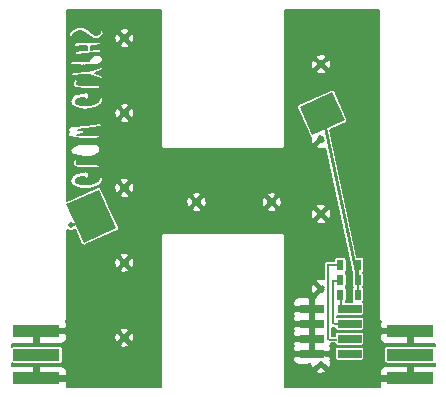
<source format=gbl>
G04 #@! TF.FileFunction,Copper,L2,Bot,Signal*
%FSLAX46Y46*%
G04 Gerber Fmt 4.6, Leading zero omitted, Abs format (unit mm)*
G04 Created by KiCad (PCBNEW 4.0.0-rc2-stable) date 3/3/2016 4:04:38 PM*
%MOMM*%
G01*
G04 APERTURE LIST*
%ADD10C,0.150000*%
%ADD11C,0.500000*%
%ADD12R,4.000000X1.000000*%
%ADD13C,0.600000*%
%ADD14R,2.000000X0.760000*%
%ADD15R,2.000000X0.740000*%
%ADD16R,0.600000X0.900000*%
%ADD17R,0.200000X0.900000*%
%ADD18R,0.200000X3.800000*%
%ADD19R,0.200000X6.500000*%
%ADD20R,0.400000X0.200000*%
%ADD21R,0.800000X0.200000*%
%ADD22R,0.200000X2.000000*%
%ADD23C,0.254000*%
%ADD24C,0.152400*%
G04 APERTURE END LIST*
D10*
D11*
X56469380Y-21395544D03*
X56469380Y-27731009D03*
X56469380Y-34066473D03*
X56469380Y-40401938D03*
X56469380Y-46737402D03*
X73114330Y-48937402D03*
X73114330Y-42601938D03*
X73114330Y-36266473D03*
X73114330Y-29931009D03*
X73114330Y-23595544D03*
X68925745Y-35258006D03*
X62569086Y-35258006D03*
D12*
X80684685Y-50192207D03*
X80684685Y-48192207D03*
X80684685Y-46192207D03*
D13*
X79684685Y-50192207D03*
X79684685Y-48192207D03*
X79684685Y-46192207D03*
D12*
X49020840Y-46192207D03*
X49020840Y-48192207D03*
X49020840Y-50192207D03*
D13*
X50020840Y-46192207D03*
X50020840Y-48192207D03*
X50020840Y-50192207D03*
D10*
G36*
X75107327Y-28330830D02*
X72366690Y-29551040D01*
X71309175Y-27175822D01*
X74049812Y-25955612D01*
X75107327Y-28330830D01*
X75107327Y-28330830D01*
G37*
G36*
X55760823Y-37491767D02*
X53020187Y-38711977D01*
X51555935Y-35423213D01*
X54296571Y-34203003D01*
X55760823Y-37491767D01*
X55760823Y-37491767D01*
G37*
D11*
X51922642Y-37230289D03*
D14*
X72342380Y-44290946D03*
X72342380Y-45560946D03*
X72342380Y-46830946D03*
X72342380Y-48100946D03*
X75542380Y-44290946D03*
X75542380Y-45560946D03*
X75542380Y-46830946D03*
D15*
X75542380Y-48100946D03*
D16*
X76242380Y-43095946D03*
X74742380Y-43095946D03*
X74742380Y-41845946D03*
X76242380Y-41845946D03*
X76242380Y-40595946D03*
X74742380Y-40595946D03*
D17*
X74792380Y-43745946D03*
D18*
X74142380Y-43745946D03*
D19*
X73692380Y-43745946D03*
D20*
X74342380Y-41945946D03*
X74342380Y-45545946D03*
D21*
X74142380Y-46895946D03*
X74142380Y-40595946D03*
D22*
X76242380Y-41895946D03*
D23*
X53660000Y-36460000D02*
X51920000Y-37230000D01*
X53660000Y-36460000D02*
X51920000Y-37230000D01*
X53660000Y-36460000D02*
X51920000Y-37230000D01*
X53660000Y-36460000D02*
X51920000Y-37230000D01*
X53660000Y-36460000D02*
X51920000Y-37230000D01*
X53660000Y-36460000D02*
X51920000Y-37230000D01*
X53660000Y-36460000D02*
X51920000Y-37230000D01*
X53660000Y-36460000D02*
X51920000Y-37230000D01*
X53660000Y-36460000D02*
X51920000Y-37230000D01*
X73210000Y-27750000D02*
X76240000Y-41900000D01*
X73210000Y-27750000D02*
X76240000Y-41900000D01*
X73210000Y-27750000D02*
X76240000Y-41900000D01*
X73210000Y-27750000D02*
X76240000Y-41900000D01*
X73210000Y-27750000D02*
X76240000Y-41900000D01*
X73210000Y-27750000D02*
X76240000Y-41900000D01*
X73210000Y-27750000D02*
X76240000Y-41900000D01*
X73210000Y-27750000D02*
X76240000Y-41900000D01*
X73210000Y-27750000D02*
X76240000Y-41900000D01*
D24*
G36*
X59531400Y-30490000D02*
X59552607Y-30596616D01*
X59613000Y-30687000D01*
X59703384Y-30747393D01*
X59810000Y-30768600D01*
X69820000Y-30768600D01*
X69926616Y-30747393D01*
X70017000Y-30687000D01*
X70077393Y-30596616D01*
X70098600Y-30490000D01*
X70098600Y-27180314D01*
X71076140Y-27180314D01*
X71096248Y-27270623D01*
X72153763Y-29645841D01*
X72202781Y-29716748D01*
X72280164Y-29767462D01*
X72292369Y-29769690D01*
X72267086Y-29856156D01*
X72302934Y-30186080D01*
X72360224Y-30324390D01*
X72535694Y-30332868D01*
X72937553Y-29931009D01*
X72886076Y-29879532D01*
X73062853Y-29702755D01*
X73114330Y-29754232D01*
X73165808Y-29702755D01*
X73291380Y-29828327D01*
X73309442Y-29912674D01*
X73291107Y-29931009D01*
X73319433Y-29959335D01*
X73327599Y-29997472D01*
X73165808Y-30159264D01*
X73114330Y-30107786D01*
X72712471Y-30509645D01*
X72720949Y-30685115D01*
X73039477Y-30778253D01*
X73369401Y-30742405D01*
X73477525Y-30697618D01*
X75743899Y-41281508D01*
X75727665Y-41305266D01*
X75709302Y-41395946D01*
X75709302Y-42295946D01*
X75725242Y-42380660D01*
X75775308Y-42458464D01*
X75792900Y-42470484D01*
X75779862Y-42478874D01*
X75727665Y-42555266D01*
X75709302Y-42645946D01*
X75709302Y-43545946D01*
X75725242Y-43630660D01*
X75755620Y-43677868D01*
X75228915Y-43677868D01*
X75257095Y-43636626D01*
X75275458Y-43545946D01*
X75275458Y-42645946D01*
X75259518Y-42561232D01*
X75209452Y-42483428D01*
X75191860Y-42471408D01*
X75204898Y-42463018D01*
X75257095Y-42386626D01*
X75275458Y-42295946D01*
X75275458Y-41395946D01*
X75259518Y-41311232D01*
X75209452Y-41233428D01*
X75191860Y-41221408D01*
X75204898Y-41213018D01*
X75257095Y-41136626D01*
X75275458Y-41045946D01*
X75275458Y-40145946D01*
X75259518Y-40061232D01*
X75209452Y-39983428D01*
X75133060Y-39931231D01*
X75042380Y-39912868D01*
X74442380Y-39912868D01*
X74357666Y-39928808D01*
X74279862Y-39978874D01*
X74227665Y-40055266D01*
X74209302Y-40145946D01*
X74209302Y-40262868D01*
X73592380Y-40262868D01*
X73507666Y-40278808D01*
X73429862Y-40328874D01*
X73377665Y-40405266D01*
X73359302Y-40495946D01*
X73359302Y-41804437D01*
X73189183Y-41754694D01*
X72859259Y-41790542D01*
X72720949Y-41847832D01*
X72712471Y-42023302D01*
X73114330Y-42425161D01*
X73165808Y-42373684D01*
X73342585Y-42550461D01*
X73291107Y-42601938D01*
X73342585Y-42653416D01*
X73165808Y-42830193D01*
X73114330Y-42778715D01*
X72712471Y-43180574D01*
X72719533Y-43326746D01*
X72666230Y-43326746D01*
X72520180Y-43472796D01*
X72520180Y-44113146D01*
X72540180Y-44113146D01*
X72540180Y-44468746D01*
X72520180Y-44468746D01*
X72520180Y-45383146D01*
X72540180Y-45383146D01*
X72540180Y-45738746D01*
X72520180Y-45738746D01*
X72520180Y-46653146D01*
X72540180Y-46653146D01*
X72540180Y-47008746D01*
X72520180Y-47008746D01*
X72520180Y-47923146D01*
X73780530Y-47923146D01*
X73926580Y-47777096D01*
X73926580Y-47730946D01*
X74309302Y-47730946D01*
X74309302Y-48470946D01*
X74325242Y-48555660D01*
X74375308Y-48633464D01*
X74451700Y-48685661D01*
X74542380Y-48704024D01*
X76542380Y-48704024D01*
X76627094Y-48688084D01*
X76704898Y-48638018D01*
X76757095Y-48561626D01*
X76775458Y-48470946D01*
X76775458Y-47730946D01*
X76759518Y-47646232D01*
X76709452Y-47568428D01*
X76633060Y-47516231D01*
X76542380Y-47497868D01*
X74542380Y-47497868D01*
X74457666Y-47513808D01*
X74379862Y-47563874D01*
X74327665Y-47640266D01*
X74309302Y-47730946D01*
X73926580Y-47730946D01*
X73926580Y-47604741D01*
X73869089Y-47465946D01*
X73926580Y-47327151D01*
X73926580Y-47229024D01*
X74312704Y-47229024D01*
X74325242Y-47295660D01*
X74375308Y-47373464D01*
X74451700Y-47425661D01*
X74542380Y-47444024D01*
X76542380Y-47444024D01*
X76627094Y-47428084D01*
X76704898Y-47378018D01*
X76757095Y-47301626D01*
X76775458Y-47210946D01*
X76775458Y-46450946D01*
X76759518Y-46366232D01*
X76709452Y-46288428D01*
X76633060Y-46236231D01*
X76542380Y-46217868D01*
X74542380Y-46217868D01*
X74457666Y-46233808D01*
X74379862Y-46283874D01*
X74327665Y-46360266D01*
X74309302Y-46450946D01*
X74309302Y-46562868D01*
X74025458Y-46562868D01*
X74025458Y-45875597D01*
X74042380Y-45879024D01*
X74309302Y-45879024D01*
X74309302Y-45940946D01*
X74325242Y-46025660D01*
X74375308Y-46103464D01*
X74451700Y-46155661D01*
X74542380Y-46174024D01*
X76542380Y-46174024D01*
X76627094Y-46158084D01*
X76704898Y-46108018D01*
X76757095Y-46031626D01*
X76775458Y-45940946D01*
X76775458Y-45180946D01*
X76759518Y-45096232D01*
X76709452Y-45018428D01*
X76633060Y-44966231D01*
X76542380Y-44947868D01*
X74542380Y-44947868D01*
X74475458Y-44960460D01*
X74475458Y-44890472D01*
X74542380Y-44904024D01*
X76542380Y-44904024D01*
X76627094Y-44888084D01*
X76704898Y-44838018D01*
X76757095Y-44761626D01*
X76775458Y-44670946D01*
X76775458Y-43910946D01*
X76759518Y-43826232D01*
X76709452Y-43748428D01*
X76680554Y-43728683D01*
X76704898Y-43713018D01*
X76757095Y-43636626D01*
X76775458Y-43545946D01*
X76775458Y-42645946D01*
X76759518Y-42561232D01*
X76709452Y-42483428D01*
X76691860Y-42471408D01*
X76704898Y-42463018D01*
X76757095Y-42386626D01*
X76775458Y-42295946D01*
X76775458Y-41395946D01*
X76759518Y-41311232D01*
X76709452Y-41233428D01*
X76691860Y-41221408D01*
X76704898Y-41213018D01*
X76757095Y-41136626D01*
X76775458Y-41045946D01*
X76775458Y-40145946D01*
X76759518Y-40061232D01*
X76709452Y-39983428D01*
X76633060Y-39931231D01*
X76542380Y-39912868D01*
X76178148Y-39912868D01*
X73870580Y-29136600D01*
X75202128Y-28543757D01*
X75273035Y-28494739D01*
X75323749Y-28417356D01*
X75340362Y-28326338D01*
X75320254Y-28236029D01*
X74262739Y-25860811D01*
X74213721Y-25789904D01*
X74136338Y-25739190D01*
X74045320Y-25722577D01*
X73955011Y-25742685D01*
X71214374Y-26962895D01*
X71143467Y-27011913D01*
X71092753Y-27089296D01*
X71076140Y-27180314D01*
X70098600Y-27180314D01*
X70098600Y-24174180D01*
X72712471Y-24174180D01*
X72720949Y-24349650D01*
X73039477Y-24442788D01*
X73369401Y-24406940D01*
X73507711Y-24349650D01*
X73516189Y-24174180D01*
X73114330Y-23772321D01*
X72712471Y-24174180D01*
X70098600Y-24174180D01*
X70098600Y-23520691D01*
X72267086Y-23520691D01*
X72302934Y-23850615D01*
X72360224Y-23988925D01*
X72535694Y-23997403D01*
X72937553Y-23595544D01*
X73291107Y-23595544D01*
X73692966Y-23997403D01*
X73868436Y-23988925D01*
X73961574Y-23670397D01*
X73925726Y-23340473D01*
X73868436Y-23202163D01*
X73692966Y-23193685D01*
X73291107Y-23595544D01*
X72937553Y-23595544D01*
X72535694Y-23193685D01*
X72360224Y-23202163D01*
X72267086Y-23520691D01*
X70098600Y-23520691D01*
X70098600Y-23016908D01*
X72712471Y-23016908D01*
X73114330Y-23418767D01*
X73516189Y-23016908D01*
X73507711Y-22841438D01*
X73189183Y-22748300D01*
X72859259Y-22784148D01*
X72720949Y-22841438D01*
X72712471Y-23016908D01*
X70098600Y-23016908D01*
X70098600Y-18998600D01*
X78021400Y-18998600D01*
X78021400Y-45150000D01*
X78042607Y-45256616D01*
X78103000Y-45347000D01*
X78175324Y-45395325D01*
X78100485Y-45576002D01*
X78100485Y-45868357D01*
X78246535Y-46014407D01*
X78816765Y-46014407D01*
X78785273Y-46130540D01*
X78816067Y-46370007D01*
X78246535Y-46370007D01*
X78100485Y-46516057D01*
X78100485Y-46808412D01*
X78189424Y-47023130D01*
X78353763Y-47187468D01*
X78568481Y-47276407D01*
X80360835Y-47276407D01*
X80506885Y-47130357D01*
X80506885Y-46538605D01*
X80584097Y-46253874D01*
X80550731Y-45994407D01*
X80862485Y-45994407D01*
X80862485Y-46014407D01*
X80882485Y-46014407D01*
X80882485Y-46370007D01*
X80862485Y-46370007D01*
X80862485Y-47130357D01*
X81008535Y-47276407D01*
X82721400Y-47276407D01*
X82721400Y-47466564D01*
X82684685Y-47459129D01*
X78684685Y-47459129D01*
X78599971Y-47475069D01*
X78522167Y-47525135D01*
X78469970Y-47601527D01*
X78451607Y-47692207D01*
X78451607Y-48692207D01*
X78467547Y-48776921D01*
X78517613Y-48854725D01*
X78594005Y-48906922D01*
X78684685Y-48925285D01*
X82684685Y-48925285D01*
X82721400Y-48918377D01*
X82721400Y-49108007D01*
X81008535Y-49108007D01*
X80862485Y-49254057D01*
X80862485Y-50014407D01*
X80882485Y-50014407D01*
X80882485Y-50370007D01*
X80862485Y-50370007D01*
X80862485Y-50390007D01*
X80547181Y-50390007D01*
X80584097Y-50253874D01*
X80539232Y-49904990D01*
X80506885Y-49826897D01*
X80506885Y-49254057D01*
X80360835Y-49108007D01*
X78568481Y-49108007D01*
X78353763Y-49196946D01*
X78189424Y-49361284D01*
X78100485Y-49576002D01*
X78100485Y-49868357D01*
X78246535Y-50014407D01*
X78816765Y-50014407D01*
X78785273Y-50130540D01*
X78816067Y-50370007D01*
X78246535Y-50370007D01*
X78100485Y-50516057D01*
X78100485Y-50808412D01*
X78130718Y-50881400D01*
X70098600Y-50881400D01*
X70098600Y-49516038D01*
X72712471Y-49516038D01*
X72720949Y-49691508D01*
X73039477Y-49784646D01*
X73369401Y-49748798D01*
X73507711Y-49691508D01*
X73516189Y-49516038D01*
X73114330Y-49114179D01*
X72712471Y-49516038D01*
X70098600Y-49516038D01*
X70098600Y-48424796D01*
X70758180Y-48424796D01*
X70758180Y-48597151D01*
X70847119Y-48811869D01*
X71011458Y-48976207D01*
X71226176Y-49065146D01*
X72018530Y-49065146D01*
X72164578Y-48919098D01*
X72164578Y-49065146D01*
X72289099Y-49065146D01*
X72302934Y-49192473D01*
X72360224Y-49330783D01*
X72535694Y-49339261D01*
X72809809Y-49065146D01*
X73418851Y-49065146D01*
X73692966Y-49339261D01*
X73868436Y-49330783D01*
X73961574Y-49012255D01*
X73925726Y-48682331D01*
X73908512Y-48640772D01*
X73926580Y-48597151D01*
X73926580Y-48424796D01*
X73780530Y-48278746D01*
X73656412Y-48278746D01*
X73588974Y-48211308D01*
X73521536Y-48278746D01*
X73512323Y-48278746D01*
X73507711Y-48183296D01*
X73189183Y-48090158D01*
X72859259Y-48126006D01*
X72720949Y-48183296D01*
X72716337Y-48278746D01*
X72520180Y-48278746D01*
X72520180Y-48298746D01*
X72164580Y-48298746D01*
X72164580Y-48278746D01*
X70904230Y-48278746D01*
X70758180Y-48424796D01*
X70098600Y-48424796D01*
X70098600Y-47154796D01*
X70758180Y-47154796D01*
X70758180Y-47327151D01*
X70815671Y-47465946D01*
X70758180Y-47604741D01*
X70758180Y-47777096D01*
X70904230Y-47923146D01*
X72164580Y-47923146D01*
X72164580Y-47008746D01*
X70904230Y-47008746D01*
X70758180Y-47154796D01*
X70098600Y-47154796D01*
X70098600Y-45884796D01*
X70758180Y-45884796D01*
X70758180Y-46057151D01*
X70815671Y-46195946D01*
X70758180Y-46334741D01*
X70758180Y-46507096D01*
X70904230Y-46653146D01*
X72164580Y-46653146D01*
X72164580Y-45738746D01*
X70904230Y-45738746D01*
X70758180Y-45884796D01*
X70098600Y-45884796D01*
X70098600Y-44614796D01*
X70758180Y-44614796D01*
X70758180Y-44787151D01*
X70815671Y-44925946D01*
X70758180Y-45064741D01*
X70758180Y-45237096D01*
X70904230Y-45383146D01*
X72164580Y-45383146D01*
X72164580Y-44468746D01*
X70904230Y-44468746D01*
X70758180Y-44614796D01*
X70098600Y-44614796D01*
X70098600Y-43794741D01*
X70758180Y-43794741D01*
X70758180Y-43967096D01*
X70904230Y-44113146D01*
X72164580Y-44113146D01*
X72164580Y-43472796D01*
X72018530Y-43326746D01*
X71226176Y-43326746D01*
X71011458Y-43415685D01*
X70847119Y-43580023D01*
X70758180Y-43794741D01*
X70098600Y-43794741D01*
X70098600Y-42527085D01*
X72267086Y-42527085D01*
X72302934Y-42857009D01*
X72360224Y-42995319D01*
X72535694Y-43003797D01*
X72937553Y-42601938D01*
X72535694Y-42200079D01*
X72360224Y-42208557D01*
X72267086Y-42527085D01*
X70098600Y-42527085D01*
X70098600Y-38140000D01*
X70077393Y-38033384D01*
X70017000Y-37943000D01*
X69926616Y-37882607D01*
X69820000Y-37861400D01*
X59810000Y-37861400D01*
X59703384Y-37882607D01*
X59613000Y-37943000D01*
X59552607Y-38033384D01*
X59531400Y-38140000D01*
X59531400Y-50881400D01*
X51574807Y-50881400D01*
X51605040Y-50808412D01*
X51605040Y-50516057D01*
X51458990Y-50370007D01*
X50888760Y-50370007D01*
X50920252Y-50253874D01*
X50889458Y-50014407D01*
X51458990Y-50014407D01*
X51605040Y-49868357D01*
X51605040Y-49576002D01*
X51516101Y-49361284D01*
X51351762Y-49196946D01*
X51137044Y-49108007D01*
X49344690Y-49108007D01*
X49198640Y-49254057D01*
X49198640Y-49845809D01*
X49121428Y-50130540D01*
X49154794Y-50390007D01*
X48843040Y-50390007D01*
X48843040Y-50370007D01*
X48823040Y-50370007D01*
X48823040Y-50014407D01*
X48843040Y-50014407D01*
X48843040Y-49254057D01*
X48696990Y-49108007D01*
X46908600Y-49108007D01*
X46908600Y-48892191D01*
X46930160Y-48906922D01*
X47020840Y-48925285D01*
X51020840Y-48925285D01*
X51105554Y-48909345D01*
X51183358Y-48859279D01*
X51235555Y-48782887D01*
X51253918Y-48692207D01*
X51253918Y-47692207D01*
X51237978Y-47607493D01*
X51187912Y-47529689D01*
X51111520Y-47477492D01*
X51020840Y-47459129D01*
X47020840Y-47459129D01*
X46936126Y-47475069D01*
X46908600Y-47492782D01*
X46908600Y-47316038D01*
X56067521Y-47316038D01*
X56075999Y-47491508D01*
X56394527Y-47584646D01*
X56724451Y-47548798D01*
X56862761Y-47491508D01*
X56871239Y-47316038D01*
X56469380Y-46914179D01*
X56067521Y-47316038D01*
X46908600Y-47316038D01*
X46908600Y-47276407D01*
X48696990Y-47276407D01*
X48843040Y-47130357D01*
X48843040Y-46370007D01*
X48823040Y-46370007D01*
X48823040Y-46014407D01*
X48843040Y-46014407D01*
X48843040Y-45994407D01*
X49158344Y-45994407D01*
X49121428Y-46130540D01*
X49166293Y-46479424D01*
X49198640Y-46557517D01*
X49198640Y-47130357D01*
X49344690Y-47276407D01*
X51137044Y-47276407D01*
X51351762Y-47187468D01*
X51516101Y-47023130D01*
X51605040Y-46808412D01*
X51605040Y-46662549D01*
X55622136Y-46662549D01*
X55657984Y-46992473D01*
X55715274Y-47130783D01*
X55890744Y-47139261D01*
X56292603Y-46737402D01*
X56646157Y-46737402D01*
X57048016Y-47139261D01*
X57223486Y-47130783D01*
X57316624Y-46812255D01*
X57280776Y-46482331D01*
X57223486Y-46344021D01*
X57048016Y-46335543D01*
X56646157Y-46737402D01*
X56292603Y-46737402D01*
X55890744Y-46335543D01*
X55715274Y-46344021D01*
X55622136Y-46662549D01*
X51605040Y-46662549D01*
X51605040Y-46516057D01*
X51458990Y-46370007D01*
X50888760Y-46370007D01*
X50920252Y-46253874D01*
X50908022Y-46158766D01*
X56067521Y-46158766D01*
X56469380Y-46560625D01*
X56871239Y-46158766D01*
X56862761Y-45983296D01*
X56544233Y-45890158D01*
X56214309Y-45926006D01*
X56075999Y-45983296D01*
X56067521Y-46158766D01*
X50908022Y-46158766D01*
X50889458Y-46014407D01*
X51458990Y-46014407D01*
X51605040Y-45868357D01*
X51605040Y-45576002D01*
X51516101Y-45361284D01*
X51511904Y-45357087D01*
X51527000Y-45347000D01*
X51587393Y-45256616D01*
X51608600Y-45150000D01*
X51608600Y-40980574D01*
X56067521Y-40980574D01*
X56075999Y-41156044D01*
X56394527Y-41249182D01*
X56724451Y-41213334D01*
X56862761Y-41156044D01*
X56871239Y-40980574D01*
X56469380Y-40578715D01*
X56067521Y-40980574D01*
X51608600Y-40980574D01*
X51608600Y-40327085D01*
X55622136Y-40327085D01*
X55657984Y-40657009D01*
X55715274Y-40795319D01*
X55890744Y-40803797D01*
X56292603Y-40401938D01*
X56646157Y-40401938D01*
X57048016Y-40803797D01*
X57223486Y-40795319D01*
X57316624Y-40476791D01*
X57280776Y-40146867D01*
X57223486Y-40008557D01*
X57048016Y-40000079D01*
X56646157Y-40401938D01*
X56292603Y-40401938D01*
X55890744Y-40000079D01*
X55715274Y-40008557D01*
X55622136Y-40327085D01*
X51608600Y-40327085D01*
X51608600Y-39823302D01*
X56067521Y-39823302D01*
X56469380Y-40225161D01*
X56871239Y-39823302D01*
X56862761Y-39647832D01*
X56544233Y-39554694D01*
X56214309Y-39590542D01*
X56075999Y-39647832D01*
X56067521Y-39823302D01*
X51608600Y-39823302D01*
X51608600Y-37593132D01*
X51651183Y-37635789D01*
X51827025Y-37708805D01*
X52017424Y-37708972D01*
X52193393Y-37636263D01*
X52257583Y-37572184D01*
X52807260Y-38806778D01*
X52856278Y-38877685D01*
X52933661Y-38928399D01*
X53024679Y-38945012D01*
X53114988Y-38924904D01*
X55855624Y-37704694D01*
X55926531Y-37655676D01*
X55977245Y-37578293D01*
X55993858Y-37487275D01*
X55973750Y-37396966D01*
X55728049Y-36845109D01*
X72712471Y-36845109D01*
X72720949Y-37020579D01*
X73039477Y-37113717D01*
X73369401Y-37077869D01*
X73507711Y-37020579D01*
X73516189Y-36845109D01*
X73114330Y-36443250D01*
X72712471Y-36845109D01*
X55728049Y-36845109D01*
X55437097Y-36191620D01*
X72267086Y-36191620D01*
X72302934Y-36521544D01*
X72360224Y-36659854D01*
X72535694Y-36668332D01*
X72937553Y-36266473D01*
X73291107Y-36266473D01*
X73692966Y-36668332D01*
X73868436Y-36659854D01*
X73961574Y-36341326D01*
X73925726Y-36011402D01*
X73868436Y-35873092D01*
X73692966Y-35864614D01*
X73291107Y-36266473D01*
X72937553Y-36266473D01*
X72535694Y-35864614D01*
X72360224Y-35873092D01*
X72267086Y-36191620D01*
X55437097Y-36191620D01*
X55279050Y-35836642D01*
X62167227Y-35836642D01*
X62175705Y-36012112D01*
X62494233Y-36105250D01*
X62824157Y-36069402D01*
X62962467Y-36012112D01*
X62970945Y-35836642D01*
X68523886Y-35836642D01*
X68532364Y-36012112D01*
X68850892Y-36105250D01*
X69180816Y-36069402D01*
X69319126Y-36012112D01*
X69327604Y-35836642D01*
X69178799Y-35687837D01*
X72712471Y-35687837D01*
X73114330Y-36089696D01*
X73516189Y-35687837D01*
X73507711Y-35512367D01*
X73189183Y-35419229D01*
X72859259Y-35455077D01*
X72720949Y-35512367D01*
X72712471Y-35687837D01*
X69178799Y-35687837D01*
X68925745Y-35434783D01*
X68523886Y-35836642D01*
X62970945Y-35836642D01*
X62569086Y-35434783D01*
X62167227Y-35836642D01*
X55279050Y-35836642D01*
X54988098Y-35183153D01*
X61721842Y-35183153D01*
X61757690Y-35513077D01*
X61814980Y-35651387D01*
X61990450Y-35659865D01*
X62392309Y-35258006D01*
X62745863Y-35258006D01*
X63147722Y-35659865D01*
X63323192Y-35651387D01*
X63416330Y-35332859D01*
X63400064Y-35183153D01*
X68078501Y-35183153D01*
X68114349Y-35513077D01*
X68171639Y-35651387D01*
X68347109Y-35659865D01*
X68748968Y-35258006D01*
X69102522Y-35258006D01*
X69504381Y-35659865D01*
X69679851Y-35651387D01*
X69772989Y-35332859D01*
X69737141Y-35002935D01*
X69679851Y-34864625D01*
X69504381Y-34856147D01*
X69102522Y-35258006D01*
X68748968Y-35258006D01*
X68347109Y-34856147D01*
X68171639Y-34864625D01*
X68078501Y-35183153D01*
X63400064Y-35183153D01*
X63380482Y-35002935D01*
X63323192Y-34864625D01*
X63147722Y-34856147D01*
X62745863Y-35258006D01*
X62392309Y-35258006D01*
X61990450Y-34856147D01*
X61814980Y-34864625D01*
X61721842Y-35183153D01*
X54988098Y-35183153D01*
X54748545Y-34645109D01*
X56067521Y-34645109D01*
X56075999Y-34820579D01*
X56394527Y-34913717D01*
X56724451Y-34877869D01*
X56862761Y-34820579D01*
X56869583Y-34679370D01*
X62167227Y-34679370D01*
X62569086Y-35081229D01*
X62970945Y-34679370D01*
X68523886Y-34679370D01*
X68925745Y-35081229D01*
X69327604Y-34679370D01*
X69319126Y-34503900D01*
X69000598Y-34410762D01*
X68670674Y-34446610D01*
X68532364Y-34503900D01*
X68523886Y-34679370D01*
X62970945Y-34679370D01*
X62962467Y-34503900D01*
X62643939Y-34410762D01*
X62314015Y-34446610D01*
X62175705Y-34503900D01*
X62167227Y-34679370D01*
X56869583Y-34679370D01*
X56871239Y-34645109D01*
X56469380Y-34243250D01*
X56067521Y-34645109D01*
X54748545Y-34645109D01*
X54509498Y-34108202D01*
X54460480Y-34037295D01*
X54390786Y-33991620D01*
X55622136Y-33991620D01*
X55657984Y-34321544D01*
X55715274Y-34459854D01*
X55890744Y-34468332D01*
X56292603Y-34066473D01*
X56646157Y-34066473D01*
X57048016Y-34468332D01*
X57223486Y-34459854D01*
X57316624Y-34141326D01*
X57280776Y-33811402D01*
X57223486Y-33673092D01*
X57048016Y-33664614D01*
X56646157Y-34066473D01*
X56292603Y-34066473D01*
X55890744Y-33664614D01*
X55715274Y-33673092D01*
X55622136Y-33991620D01*
X54390786Y-33991620D01*
X54383097Y-33986581D01*
X54292079Y-33969968D01*
X54201770Y-33990076D01*
X51608600Y-35144630D01*
X51608600Y-33496899D01*
X51894113Y-33496899D01*
X51904113Y-33606899D01*
X51918655Y-33645202D01*
X52058655Y-33835202D01*
X52084992Y-33857682D01*
X52374992Y-34007682D01*
X52392351Y-34014128D01*
X52812351Y-34114128D01*
X52821882Y-34115766D01*
X53101882Y-34145766D01*
X53110000Y-34146200D01*
X53140000Y-34146200D01*
X53146508Y-34145922D01*
X53496508Y-34115922D01*
X53507835Y-34114083D01*
X54047835Y-33984083D01*
X54067006Y-33976611D01*
X54427006Y-33776611D01*
X54453402Y-33752268D01*
X54629689Y-33487837D01*
X56067521Y-33487837D01*
X56469380Y-33889696D01*
X56871239Y-33487837D01*
X56862761Y-33312367D01*
X56544233Y-33219229D01*
X56214309Y-33255077D01*
X56075999Y-33312367D01*
X56067521Y-33487837D01*
X54629689Y-33487837D01*
X54633402Y-33482268D01*
X54645612Y-33449451D01*
X54665612Y-33289451D01*
X54660750Y-33251700D01*
X54640750Y-33201700D01*
X54632344Y-33186186D01*
X54610386Y-33165383D01*
X54530386Y-33115383D01*
X54503741Y-33105049D01*
X54473498Y-33105608D01*
X54445856Y-33117889D01*
X54425169Y-33139957D01*
X54223426Y-33466588D01*
X54045771Y-33590947D01*
X53566870Y-33744195D01*
X53278721Y-33753800D01*
X53144111Y-33753800D01*
X52784384Y-33714911D01*
X52440767Y-33619461D01*
X52335774Y-33554851D01*
X52326200Y-33538893D01*
X52326200Y-33377913D01*
X52404367Y-33285533D01*
X52764910Y-33165352D01*
X53042619Y-33146200D01*
X53076772Y-33146200D01*
X53184161Y-33261850D01*
X53210354Y-33280197D01*
X53240000Y-33286200D01*
X53280000Y-33286200D01*
X53308300Y-33280750D01*
X53358300Y-33260750D01*
X53373814Y-33252344D01*
X53394617Y-33230386D01*
X53444617Y-33150386D01*
X53456200Y-33110000D01*
X53456200Y-32860000D01*
X53444287Y-32819090D01*
X53374287Y-32709090D01*
X53357790Y-32690649D01*
X53330934Y-32676732D01*
X53260934Y-32656732D01*
X53245927Y-32654031D01*
X53215903Y-32657710D01*
X53011667Y-32725789D01*
X52407673Y-32824804D01*
X52387239Y-32831202D01*
X52177239Y-32931202D01*
X52149292Y-32953946D01*
X51929292Y-33243946D01*
X51914178Y-33282418D01*
X51894178Y-33482418D01*
X51894113Y-33496899D01*
X51608600Y-33496899D01*
X51608600Y-31898903D01*
X52064322Y-31898903D01*
X52084322Y-32068903D01*
X52089401Y-32088673D01*
X52106118Y-32113882D01*
X52296118Y-32303882D01*
X52316283Y-32318335D01*
X52345525Y-32326069D01*
X52515181Y-32336049D01*
X52944697Y-32366015D01*
X52948476Y-32366185D01*
X53448476Y-32376185D01*
X53450000Y-32376200D01*
X54280000Y-32376200D01*
X54304097Y-32372290D01*
X54364097Y-32352290D01*
X54381388Y-32343980D01*
X54403019Y-32322837D01*
X54414720Y-32294944D01*
X54424720Y-32244944D01*
X54426200Y-32230000D01*
X54426200Y-32190000D01*
X54423945Y-32171599D01*
X54410960Y-32144280D01*
X54380960Y-32104280D01*
X54360445Y-32085420D01*
X54332134Y-32074772D01*
X54022134Y-32024772D01*
X54012720Y-32023849D01*
X53732720Y-32013849D01*
X53730000Y-32013800D01*
X52733265Y-32013800D01*
X52456200Y-31990052D01*
X52456200Y-31956305D01*
X52495163Y-31722527D01*
X52494607Y-31694499D01*
X52482698Y-31666694D01*
X52460910Y-31645713D01*
X52350910Y-31575713D01*
X52331063Y-31566769D01*
X52300913Y-31564344D01*
X52272194Y-31573840D01*
X52202194Y-31613840D01*
X52189368Y-31623054D01*
X52171202Y-31647239D01*
X52071202Y-31857239D01*
X52064322Y-31898903D01*
X51608600Y-31898903D01*
X51608600Y-30800000D01*
X51893800Y-30800000D01*
X51893800Y-30900000D01*
X51894193Y-30906305D01*
X51894388Y-30909451D01*
X51904388Y-30989451D01*
X51919602Y-31026460D01*
X52019602Y-31156460D01*
X52045922Y-31178155D01*
X52145922Y-31228155D01*
X52177895Y-31236171D01*
X52207695Y-31230989D01*
X52226120Y-31219133D01*
X52233034Y-31246359D01*
X52252456Y-31269548D01*
X52279369Y-31283354D01*
X52599369Y-31373354D01*
X52612265Y-31375806D01*
X53102265Y-31425806D01*
X53113240Y-31426131D01*
X53583240Y-31406131D01*
X53599920Y-31403550D01*
X54079920Y-31273550D01*
X54100910Y-31264287D01*
X54320910Y-31124287D01*
X54340149Y-31106782D01*
X54410149Y-31016782D01*
X54420197Y-30999646D01*
X54426200Y-30970000D01*
X54426200Y-30730000D01*
X54422731Y-30707271D01*
X54372731Y-30547271D01*
X54347945Y-30510774D01*
X54137945Y-30340774D01*
X54099451Y-30324388D01*
X53939451Y-30304388D01*
X53930000Y-30303800D01*
X53380000Y-30303800D01*
X53377280Y-30303849D01*
X53097280Y-30313849D01*
X53091939Y-30314228D01*
X52621939Y-30364228D01*
X52609606Y-30366580D01*
X52249606Y-30466580D01*
X52226485Y-30477447D01*
X51996485Y-30637447D01*
X51977575Y-30656302D01*
X51907575Y-30756302D01*
X51899803Y-30770354D01*
X51893800Y-30800000D01*
X51608600Y-30800000D01*
X51608600Y-29140000D01*
X51653800Y-29140000D01*
X51653800Y-29170000D01*
X51661808Y-29204004D01*
X51680410Y-29227855D01*
X51797774Y-29328452D01*
X51714371Y-29358239D01*
X51698612Y-29366020D01*
X51676981Y-29387163D01*
X51665280Y-29415056D01*
X51655280Y-29465056D01*
X51653800Y-29480000D01*
X51653800Y-29550000D01*
X51655280Y-29564944D01*
X51665280Y-29614944D01*
X51677103Y-29643016D01*
X51698794Y-29664098D01*
X51838794Y-29754098D01*
X51863813Y-29764461D01*
X52323813Y-29864461D01*
X52334265Y-29865984D01*
X52864265Y-29905984D01*
X52870000Y-29906200D01*
X54000000Y-29906200D01*
X54008652Y-29905707D01*
X54358652Y-29865707D01*
X54377695Y-29860989D01*
X54403132Y-29844621D01*
X54420197Y-29819646D01*
X54426200Y-29790000D01*
X54426200Y-29690000D01*
X54423205Y-29668845D01*
X54409207Y-29642031D01*
X54385880Y-29622776D01*
X54356899Y-29614113D01*
X54261217Y-29605415D01*
X54214078Y-29581845D01*
X54175773Y-29573917D01*
X53636830Y-29603858D01*
X53278928Y-29613800D01*
X53211777Y-29613800D01*
X52786567Y-29594023D01*
X52486239Y-29555953D01*
X52487399Y-29555840D01*
X52494944Y-29554720D01*
X52944944Y-29464720D01*
X52966295Y-29457001D01*
X52989502Y-29437602D01*
X53029502Y-29387602D01*
X53040197Y-29369646D01*
X53046200Y-29340000D01*
X53046200Y-29310000D01*
X53040750Y-29281700D01*
X53020750Y-29231700D01*
X53007909Y-29210472D01*
X52984078Y-29191845D01*
X52864078Y-29131845D01*
X52841736Y-29124709D01*
X52811519Y-29126075D01*
X52771519Y-29136075D01*
X52755922Y-29141845D01*
X52717288Y-29161162D01*
X52524597Y-29133236D01*
X53166777Y-29075898D01*
X53169299Y-29075630D01*
X54389299Y-28925630D01*
X54416489Y-28916896D01*
X54526489Y-28856896D01*
X54543132Y-28844621D01*
X54560197Y-28819646D01*
X54566200Y-28790000D01*
X54566200Y-28720000D01*
X54560750Y-28691700D01*
X54540750Y-28641700D01*
X54523596Y-28615834D01*
X54498300Y-28599250D01*
X54448300Y-28579250D01*
X54412541Y-28574166D01*
X53192541Y-28694166D01*
X53189517Y-28694524D01*
X52109517Y-28844524D01*
X52102047Y-28845945D01*
X51772047Y-28925945D01*
X51736118Y-28946118D01*
X51706118Y-28976118D01*
X51686485Y-29009950D01*
X51656485Y-29119950D01*
X51653800Y-29140000D01*
X51608600Y-29140000D01*
X51608600Y-28309645D01*
X56067521Y-28309645D01*
X56075999Y-28485115D01*
X56394527Y-28578253D01*
X56724451Y-28542405D01*
X56862761Y-28485115D01*
X56871239Y-28309645D01*
X56469380Y-27907786D01*
X56067521Y-28309645D01*
X51608600Y-28309645D01*
X51608600Y-27656156D01*
X55622136Y-27656156D01*
X55657984Y-27986080D01*
X55715274Y-28124390D01*
X55890744Y-28132868D01*
X56292603Y-27731009D01*
X56646157Y-27731009D01*
X57048016Y-28132868D01*
X57223486Y-28124390D01*
X57316624Y-27805862D01*
X57280776Y-27475938D01*
X57223486Y-27337628D01*
X57048016Y-27329150D01*
X56646157Y-27731009D01*
X56292603Y-27731009D01*
X55890744Y-27329150D01*
X55715274Y-27337628D01*
X55622136Y-27656156D01*
X51608600Y-27656156D01*
X51608600Y-26776328D01*
X51894063Y-26776328D01*
X51904063Y-26896328D01*
X51919851Y-26936782D01*
X52059851Y-27116782D01*
X52084992Y-27137682D01*
X52374992Y-27287682D01*
X52390694Y-27293714D01*
X52810694Y-27403714D01*
X52821882Y-27405766D01*
X53101882Y-27435766D01*
X53110000Y-27436200D01*
X53140000Y-27436200D01*
X53148652Y-27435707D01*
X53498652Y-27395707D01*
X53507835Y-27394083D01*
X54047835Y-27264083D01*
X54067006Y-27256611D01*
X54254634Y-27152373D01*
X56067521Y-27152373D01*
X56469380Y-27554232D01*
X56871239Y-27152373D01*
X56862761Y-26976903D01*
X56544233Y-26883765D01*
X56214309Y-26919613D01*
X56075999Y-26976903D01*
X56067521Y-27152373D01*
X54254634Y-27152373D01*
X54427006Y-27056611D01*
X54452651Y-27033374D01*
X54632651Y-26773374D01*
X54645612Y-26739451D01*
X54665612Y-26579451D01*
X54660750Y-26541700D01*
X54640750Y-26491700D01*
X54615720Y-26459040D01*
X54535720Y-26399040D01*
X54502775Y-26384878D01*
X54472542Y-26385827D01*
X54445060Y-26398463D01*
X54424659Y-26420795D01*
X54223007Y-26756881D01*
X54045771Y-26880947D01*
X53566870Y-27034195D01*
X53278721Y-27043800D01*
X53144111Y-27043800D01*
X52784384Y-27004911D01*
X52442794Y-26910024D01*
X52336886Y-26836704D01*
X52326200Y-26818893D01*
X52326200Y-26667913D01*
X52404974Y-26574816D01*
X52764531Y-26445744D01*
X53041321Y-26436200D01*
X53076772Y-26436200D01*
X53184161Y-26551850D01*
X53210354Y-26570197D01*
X53240000Y-26576200D01*
X53280000Y-26576200D01*
X53308300Y-26570750D01*
X53358300Y-26550750D01*
X53376965Y-26540006D01*
X53396611Y-26517006D01*
X53446611Y-26427006D01*
X53456200Y-26390000D01*
X53456200Y-26140000D01*
X53454508Y-26124032D01*
X53442425Y-26096302D01*
X53372425Y-25996302D01*
X53357790Y-25980649D01*
X53330934Y-25966732D01*
X53260934Y-25946732D01*
X53245927Y-25944031D01*
X53215903Y-25947710D01*
X53011667Y-26015789D01*
X52407673Y-26114804D01*
X52387239Y-26121202D01*
X52177239Y-26221202D01*
X52149292Y-26243946D01*
X51929292Y-26533946D01*
X51914219Y-26572023D01*
X51894219Y-26762023D01*
X51894063Y-26776328D01*
X51608600Y-26776328D01*
X51608600Y-25178903D01*
X52064322Y-25178903D01*
X52084322Y-25348903D01*
X52089401Y-25368673D01*
X52106118Y-25393882D01*
X52296118Y-25583882D01*
X52312355Y-25596252D01*
X52341097Y-25605678D01*
X52511097Y-25625678D01*
X52514697Y-25626015D01*
X52944697Y-25656015D01*
X52950000Y-25656200D01*
X54280000Y-25656200D01*
X54292527Y-25655163D01*
X54352527Y-25645163D01*
X54381388Y-25633980D01*
X54403019Y-25612837D01*
X54414720Y-25584944D01*
X54424720Y-25534944D01*
X54426200Y-25520000D01*
X54426200Y-25480000D01*
X54415341Y-25440795D01*
X54385341Y-25390795D01*
X54360445Y-25365420D01*
X54332134Y-25354772D01*
X54022134Y-25304772D01*
X54010000Y-25303800D01*
X52734338Y-25303800D01*
X52456200Y-25272013D01*
X52456200Y-25246305D01*
X52495163Y-25012527D01*
X52494607Y-24984499D01*
X52482698Y-24956694D01*
X52460910Y-24935713D01*
X52350910Y-24865713D01*
X52331063Y-24856769D01*
X52300913Y-24854344D01*
X52272194Y-24863840D01*
X52202194Y-24903840D01*
X52171845Y-24935922D01*
X52071845Y-25135922D01*
X52064322Y-25178903D01*
X51608600Y-25178903D01*
X51608600Y-24340000D01*
X51963800Y-24340000D01*
X51963800Y-24450000D01*
X51971845Y-24484078D01*
X52001845Y-24544078D01*
X52019980Y-24567485D01*
X52046286Y-24582416D01*
X52076328Y-24585937D01*
X53034977Y-24506050D01*
X53419953Y-24487717D01*
X53446118Y-24513882D01*
X53476726Y-24532559D01*
X54006726Y-24702559D01*
X54010460Y-24703652D01*
X54500460Y-24833652D01*
X54520000Y-24836200D01*
X54590000Y-24836200D01*
X54617695Y-24830989D01*
X54643132Y-24814621D01*
X54660197Y-24789646D01*
X54666200Y-24760000D01*
X54666200Y-24690000D01*
X54655341Y-24650795D01*
X54625341Y-24600795D01*
X54613596Y-24585834D01*
X54588300Y-24569250D01*
X54188300Y-24409250D01*
X54180394Y-24406580D01*
X53987984Y-24353133D01*
X54185881Y-24281670D01*
X54192039Y-24279137D01*
X54602039Y-24089137D01*
X54628538Y-24068782D01*
X54678538Y-24008782D01*
X54694647Y-23975304D01*
X54694720Y-23945056D01*
X54684720Y-23895056D01*
X54670006Y-23863035D01*
X54647006Y-23843389D01*
X54557006Y-23793389D01*
X54520602Y-23783802D01*
X54490910Y-23789571D01*
X54034306Y-23978168D01*
X53357045Y-24184291D01*
X53137316Y-24193845D01*
X52417884Y-24213829D01*
X52410059Y-24214451D01*
X52030059Y-24264451D01*
X52012305Y-24269011D01*
X51986868Y-24285379D01*
X51969803Y-24310354D01*
X51963800Y-24340000D01*
X51608600Y-24340000D01*
X51608600Y-23460000D01*
X51893800Y-23460000D01*
X51893800Y-23560000D01*
X51897547Y-23583600D01*
X51912437Y-23609929D01*
X51936398Y-23628391D01*
X51965653Y-23636076D01*
X52663452Y-23675950D01*
X52921266Y-23705698D01*
X52960017Y-23700039D01*
X52990834Y-23686832D01*
X52995444Y-23691816D01*
X53023004Y-23704280D01*
X53053242Y-23705041D01*
X53216674Y-23676200D01*
X53780000Y-23676200D01*
X53794944Y-23674720D01*
X53844944Y-23664720D01*
X53883132Y-23644621D01*
X53889912Y-23634698D01*
X53903442Y-23650323D01*
X53930579Y-23663684D01*
X53960776Y-23665434D01*
X54240776Y-23625434D01*
X54272268Y-23613402D01*
X54512268Y-23453402D01*
X54537235Y-23425859D01*
X54617235Y-23275859D01*
X54625734Y-23248415D01*
X54635734Y-23158415D01*
X54635163Y-23137473D01*
X54625163Y-23077473D01*
X54616896Y-23053511D01*
X54556896Y-22943511D01*
X54526722Y-22913232D01*
X54326722Y-22803232D01*
X54300296Y-22794499D01*
X54080296Y-22764499D01*
X54059929Y-22764468D01*
X53909929Y-22784468D01*
X53892663Y-22788872D01*
X53867145Y-22805112D01*
X53597145Y-23065112D01*
X53582998Y-23083707D01*
X53472813Y-23287125D01*
X53363971Y-23295288D01*
X53114301Y-23314013D01*
X53085922Y-23321845D01*
X53030598Y-23349507D01*
X52887453Y-23315826D01*
X52870000Y-23313800D01*
X52040000Y-23313800D01*
X52027473Y-23314837D01*
X51967473Y-23324837D01*
X51936570Y-23337388D01*
X51915632Y-23359217D01*
X51904837Y-23387473D01*
X51894837Y-23447473D01*
X51893800Y-23460000D01*
X51608600Y-23460000D01*
X51608600Y-21870000D01*
X52173800Y-21870000D01*
X52173800Y-21940000D01*
X52174837Y-21952527D01*
X52184837Y-22012527D01*
X52196020Y-22041388D01*
X52217163Y-22063019D01*
X52245056Y-22074720D01*
X52295056Y-22084720D01*
X52313743Y-22086108D01*
X52921872Y-22056200D01*
X53293682Y-22056200D01*
X53274388Y-22210549D01*
X53273800Y-22220000D01*
X53273800Y-22357041D01*
X52886690Y-22373872D01*
X52879435Y-22374536D01*
X52379435Y-22444536D01*
X52361327Y-22449401D01*
X52336118Y-22466118D01*
X52296118Y-22506118D01*
X52279803Y-22530354D01*
X52273800Y-22560000D01*
X52273800Y-22630000D01*
X52277710Y-22654097D01*
X52297710Y-22714097D01*
X52309211Y-22735947D01*
X52331876Y-22755977D01*
X52360549Y-22765612D01*
X52440549Y-22775612D01*
X52455507Y-22776001D01*
X53835507Y-22676001D01*
X53838978Y-22675669D01*
X54428978Y-22605669D01*
X54447320Y-22601134D01*
X54472843Y-22584901D01*
X54490039Y-22560017D01*
X54520039Y-22490017D01*
X54526200Y-22460000D01*
X54526200Y-22430000D01*
X54515338Y-22390791D01*
X54494936Y-22368460D01*
X54467453Y-22355826D01*
X54297453Y-22315826D01*
X54280000Y-22313800D01*
X53900000Y-22313800D01*
X53891348Y-22314293D01*
X53626200Y-22344596D01*
X53626200Y-22293172D01*
X53635178Y-22185432D01*
X53675174Y-22065444D01*
X53688005Y-22055180D01*
X53922929Y-22046144D01*
X53929856Y-22045560D01*
X54389856Y-21985560D01*
X54407695Y-21980989D01*
X54418276Y-21974180D01*
X56067521Y-21974180D01*
X56075999Y-22149650D01*
X56394527Y-22242788D01*
X56724451Y-22206940D01*
X56862761Y-22149650D01*
X56871239Y-21974180D01*
X56469380Y-21572321D01*
X56067521Y-21974180D01*
X54418276Y-21974180D01*
X54433132Y-21964621D01*
X54450197Y-21939646D01*
X54456200Y-21910000D01*
X54456200Y-21770000D01*
X54450268Y-21740524D01*
X54433264Y-21715508D01*
X54407868Y-21699079D01*
X54378080Y-21693824D01*
X53188564Y-21723812D01*
X52419472Y-21733800D01*
X52310000Y-21733800D01*
X52295056Y-21735280D01*
X52245056Y-21745280D01*
X52218612Y-21756020D01*
X52196981Y-21777163D01*
X52185280Y-21805056D01*
X52175280Y-21855056D01*
X52173800Y-21870000D01*
X51608600Y-21870000D01*
X51608600Y-21030000D01*
X51753800Y-21030000D01*
X51753800Y-21160000D01*
X51754837Y-21172527D01*
X51764837Y-21232527D01*
X51777388Y-21263430D01*
X51799217Y-21284368D01*
X51827473Y-21295163D01*
X51887473Y-21305163D01*
X51900000Y-21306200D01*
X51970000Y-21306200D01*
X52012603Y-21293178D01*
X52033826Y-21271626D01*
X52177249Y-21051711D01*
X52418661Y-20856725D01*
X52574295Y-20796200D01*
X52795534Y-20796200D01*
X52944256Y-20813697D01*
X53424461Y-21111423D01*
X53749699Y-21397239D01*
X53786758Y-21415041D01*
X53956758Y-21445041D01*
X53970000Y-21446200D01*
X54180000Y-21446200D01*
X54205173Y-21441922D01*
X54405173Y-21371922D01*
X54432671Y-21355065D01*
X54468607Y-21320691D01*
X55622136Y-21320691D01*
X55657984Y-21650615D01*
X55715274Y-21788925D01*
X55890744Y-21797403D01*
X56292603Y-21395544D01*
X56646157Y-21395544D01*
X57048016Y-21797403D01*
X57223486Y-21788925D01*
X57316624Y-21470397D01*
X57280776Y-21140473D01*
X57223486Y-21002163D01*
X57048016Y-20993685D01*
X56646157Y-21395544D01*
X56292603Y-21395544D01*
X55890744Y-20993685D01*
X55715274Y-21002163D01*
X55622136Y-21320691D01*
X54468607Y-21320691D01*
X54662671Y-21135065D01*
X54678211Y-21113967D01*
X54686052Y-21084753D01*
X54696052Y-20924753D01*
X54696200Y-20920000D01*
X54696200Y-20890000D01*
X54694720Y-20875056D01*
X54684720Y-20825056D01*
X54680976Y-20816908D01*
X56067521Y-20816908D01*
X56469380Y-21218767D01*
X56871239Y-20816908D01*
X56862761Y-20641438D01*
X56544233Y-20548300D01*
X56214309Y-20584148D01*
X56075999Y-20641438D01*
X56067521Y-20816908D01*
X54680976Y-20816908D01*
X54670006Y-20793035D01*
X54647006Y-20773389D01*
X54557006Y-20723389D01*
X54520000Y-20713800D01*
X54450000Y-20713800D01*
X54422305Y-20719011D01*
X54396868Y-20735379D01*
X54379803Y-20760354D01*
X54373800Y-20790000D01*
X54373800Y-20932799D01*
X54307586Y-21013726D01*
X54161632Y-21116753D01*
X54110672Y-21123123D01*
X53999267Y-21107208D01*
X53628296Y-20840869D01*
X53361771Y-20594087D01*
X53340017Y-20579961D01*
X53060017Y-20459961D01*
X53039451Y-20454388D01*
X52879451Y-20434388D01*
X52870000Y-20433800D01*
X52550000Y-20433800D01*
X52529454Y-20436622D01*
X52279454Y-20506622D01*
X52261235Y-20514397D01*
X52041235Y-20644397D01*
X52024682Y-20657594D01*
X51844682Y-20847594D01*
X51832908Y-20863874D01*
X51762908Y-20993874D01*
X51753800Y-21030000D01*
X51608600Y-21030000D01*
X51608600Y-18998600D01*
X59531400Y-18998600D01*
X59531400Y-30490000D01*
X59531400Y-30490000D01*
G37*
X59531400Y-30490000D02*
X59552607Y-30596616D01*
X59613000Y-30687000D01*
X59703384Y-30747393D01*
X59810000Y-30768600D01*
X69820000Y-30768600D01*
X69926616Y-30747393D01*
X70017000Y-30687000D01*
X70077393Y-30596616D01*
X70098600Y-30490000D01*
X70098600Y-27180314D01*
X71076140Y-27180314D01*
X71096248Y-27270623D01*
X72153763Y-29645841D01*
X72202781Y-29716748D01*
X72280164Y-29767462D01*
X72292369Y-29769690D01*
X72267086Y-29856156D01*
X72302934Y-30186080D01*
X72360224Y-30324390D01*
X72535694Y-30332868D01*
X72937553Y-29931009D01*
X72886076Y-29879532D01*
X73062853Y-29702755D01*
X73114330Y-29754232D01*
X73165808Y-29702755D01*
X73291380Y-29828327D01*
X73309442Y-29912674D01*
X73291107Y-29931009D01*
X73319433Y-29959335D01*
X73327599Y-29997472D01*
X73165808Y-30159264D01*
X73114330Y-30107786D01*
X72712471Y-30509645D01*
X72720949Y-30685115D01*
X73039477Y-30778253D01*
X73369401Y-30742405D01*
X73477525Y-30697618D01*
X75743899Y-41281508D01*
X75727665Y-41305266D01*
X75709302Y-41395946D01*
X75709302Y-42295946D01*
X75725242Y-42380660D01*
X75775308Y-42458464D01*
X75792900Y-42470484D01*
X75779862Y-42478874D01*
X75727665Y-42555266D01*
X75709302Y-42645946D01*
X75709302Y-43545946D01*
X75725242Y-43630660D01*
X75755620Y-43677868D01*
X75228915Y-43677868D01*
X75257095Y-43636626D01*
X75275458Y-43545946D01*
X75275458Y-42645946D01*
X75259518Y-42561232D01*
X75209452Y-42483428D01*
X75191860Y-42471408D01*
X75204898Y-42463018D01*
X75257095Y-42386626D01*
X75275458Y-42295946D01*
X75275458Y-41395946D01*
X75259518Y-41311232D01*
X75209452Y-41233428D01*
X75191860Y-41221408D01*
X75204898Y-41213018D01*
X75257095Y-41136626D01*
X75275458Y-41045946D01*
X75275458Y-40145946D01*
X75259518Y-40061232D01*
X75209452Y-39983428D01*
X75133060Y-39931231D01*
X75042380Y-39912868D01*
X74442380Y-39912868D01*
X74357666Y-39928808D01*
X74279862Y-39978874D01*
X74227665Y-40055266D01*
X74209302Y-40145946D01*
X74209302Y-40262868D01*
X73592380Y-40262868D01*
X73507666Y-40278808D01*
X73429862Y-40328874D01*
X73377665Y-40405266D01*
X73359302Y-40495946D01*
X73359302Y-41804437D01*
X73189183Y-41754694D01*
X72859259Y-41790542D01*
X72720949Y-41847832D01*
X72712471Y-42023302D01*
X73114330Y-42425161D01*
X73165808Y-42373684D01*
X73342585Y-42550461D01*
X73291107Y-42601938D01*
X73342585Y-42653416D01*
X73165808Y-42830193D01*
X73114330Y-42778715D01*
X72712471Y-43180574D01*
X72719533Y-43326746D01*
X72666230Y-43326746D01*
X72520180Y-43472796D01*
X72520180Y-44113146D01*
X72540180Y-44113146D01*
X72540180Y-44468746D01*
X72520180Y-44468746D01*
X72520180Y-45383146D01*
X72540180Y-45383146D01*
X72540180Y-45738746D01*
X72520180Y-45738746D01*
X72520180Y-46653146D01*
X72540180Y-46653146D01*
X72540180Y-47008746D01*
X72520180Y-47008746D01*
X72520180Y-47923146D01*
X73780530Y-47923146D01*
X73926580Y-47777096D01*
X73926580Y-47730946D01*
X74309302Y-47730946D01*
X74309302Y-48470946D01*
X74325242Y-48555660D01*
X74375308Y-48633464D01*
X74451700Y-48685661D01*
X74542380Y-48704024D01*
X76542380Y-48704024D01*
X76627094Y-48688084D01*
X76704898Y-48638018D01*
X76757095Y-48561626D01*
X76775458Y-48470946D01*
X76775458Y-47730946D01*
X76759518Y-47646232D01*
X76709452Y-47568428D01*
X76633060Y-47516231D01*
X76542380Y-47497868D01*
X74542380Y-47497868D01*
X74457666Y-47513808D01*
X74379862Y-47563874D01*
X74327665Y-47640266D01*
X74309302Y-47730946D01*
X73926580Y-47730946D01*
X73926580Y-47604741D01*
X73869089Y-47465946D01*
X73926580Y-47327151D01*
X73926580Y-47229024D01*
X74312704Y-47229024D01*
X74325242Y-47295660D01*
X74375308Y-47373464D01*
X74451700Y-47425661D01*
X74542380Y-47444024D01*
X76542380Y-47444024D01*
X76627094Y-47428084D01*
X76704898Y-47378018D01*
X76757095Y-47301626D01*
X76775458Y-47210946D01*
X76775458Y-46450946D01*
X76759518Y-46366232D01*
X76709452Y-46288428D01*
X76633060Y-46236231D01*
X76542380Y-46217868D01*
X74542380Y-46217868D01*
X74457666Y-46233808D01*
X74379862Y-46283874D01*
X74327665Y-46360266D01*
X74309302Y-46450946D01*
X74309302Y-46562868D01*
X74025458Y-46562868D01*
X74025458Y-45875597D01*
X74042380Y-45879024D01*
X74309302Y-45879024D01*
X74309302Y-45940946D01*
X74325242Y-46025660D01*
X74375308Y-46103464D01*
X74451700Y-46155661D01*
X74542380Y-46174024D01*
X76542380Y-46174024D01*
X76627094Y-46158084D01*
X76704898Y-46108018D01*
X76757095Y-46031626D01*
X76775458Y-45940946D01*
X76775458Y-45180946D01*
X76759518Y-45096232D01*
X76709452Y-45018428D01*
X76633060Y-44966231D01*
X76542380Y-44947868D01*
X74542380Y-44947868D01*
X74475458Y-44960460D01*
X74475458Y-44890472D01*
X74542380Y-44904024D01*
X76542380Y-44904024D01*
X76627094Y-44888084D01*
X76704898Y-44838018D01*
X76757095Y-44761626D01*
X76775458Y-44670946D01*
X76775458Y-43910946D01*
X76759518Y-43826232D01*
X76709452Y-43748428D01*
X76680554Y-43728683D01*
X76704898Y-43713018D01*
X76757095Y-43636626D01*
X76775458Y-43545946D01*
X76775458Y-42645946D01*
X76759518Y-42561232D01*
X76709452Y-42483428D01*
X76691860Y-42471408D01*
X76704898Y-42463018D01*
X76757095Y-42386626D01*
X76775458Y-42295946D01*
X76775458Y-41395946D01*
X76759518Y-41311232D01*
X76709452Y-41233428D01*
X76691860Y-41221408D01*
X76704898Y-41213018D01*
X76757095Y-41136626D01*
X76775458Y-41045946D01*
X76775458Y-40145946D01*
X76759518Y-40061232D01*
X76709452Y-39983428D01*
X76633060Y-39931231D01*
X76542380Y-39912868D01*
X76178148Y-39912868D01*
X73870580Y-29136600D01*
X75202128Y-28543757D01*
X75273035Y-28494739D01*
X75323749Y-28417356D01*
X75340362Y-28326338D01*
X75320254Y-28236029D01*
X74262739Y-25860811D01*
X74213721Y-25789904D01*
X74136338Y-25739190D01*
X74045320Y-25722577D01*
X73955011Y-25742685D01*
X71214374Y-26962895D01*
X71143467Y-27011913D01*
X71092753Y-27089296D01*
X71076140Y-27180314D01*
X70098600Y-27180314D01*
X70098600Y-24174180D01*
X72712471Y-24174180D01*
X72720949Y-24349650D01*
X73039477Y-24442788D01*
X73369401Y-24406940D01*
X73507711Y-24349650D01*
X73516189Y-24174180D01*
X73114330Y-23772321D01*
X72712471Y-24174180D01*
X70098600Y-24174180D01*
X70098600Y-23520691D01*
X72267086Y-23520691D01*
X72302934Y-23850615D01*
X72360224Y-23988925D01*
X72535694Y-23997403D01*
X72937553Y-23595544D01*
X73291107Y-23595544D01*
X73692966Y-23997403D01*
X73868436Y-23988925D01*
X73961574Y-23670397D01*
X73925726Y-23340473D01*
X73868436Y-23202163D01*
X73692966Y-23193685D01*
X73291107Y-23595544D01*
X72937553Y-23595544D01*
X72535694Y-23193685D01*
X72360224Y-23202163D01*
X72267086Y-23520691D01*
X70098600Y-23520691D01*
X70098600Y-23016908D01*
X72712471Y-23016908D01*
X73114330Y-23418767D01*
X73516189Y-23016908D01*
X73507711Y-22841438D01*
X73189183Y-22748300D01*
X72859259Y-22784148D01*
X72720949Y-22841438D01*
X72712471Y-23016908D01*
X70098600Y-23016908D01*
X70098600Y-18998600D01*
X78021400Y-18998600D01*
X78021400Y-45150000D01*
X78042607Y-45256616D01*
X78103000Y-45347000D01*
X78175324Y-45395325D01*
X78100485Y-45576002D01*
X78100485Y-45868357D01*
X78246535Y-46014407D01*
X78816765Y-46014407D01*
X78785273Y-46130540D01*
X78816067Y-46370007D01*
X78246535Y-46370007D01*
X78100485Y-46516057D01*
X78100485Y-46808412D01*
X78189424Y-47023130D01*
X78353763Y-47187468D01*
X78568481Y-47276407D01*
X80360835Y-47276407D01*
X80506885Y-47130357D01*
X80506885Y-46538605D01*
X80584097Y-46253874D01*
X80550731Y-45994407D01*
X80862485Y-45994407D01*
X80862485Y-46014407D01*
X80882485Y-46014407D01*
X80882485Y-46370007D01*
X80862485Y-46370007D01*
X80862485Y-47130357D01*
X81008535Y-47276407D01*
X82721400Y-47276407D01*
X82721400Y-47466564D01*
X82684685Y-47459129D01*
X78684685Y-47459129D01*
X78599971Y-47475069D01*
X78522167Y-47525135D01*
X78469970Y-47601527D01*
X78451607Y-47692207D01*
X78451607Y-48692207D01*
X78467547Y-48776921D01*
X78517613Y-48854725D01*
X78594005Y-48906922D01*
X78684685Y-48925285D01*
X82684685Y-48925285D01*
X82721400Y-48918377D01*
X82721400Y-49108007D01*
X81008535Y-49108007D01*
X80862485Y-49254057D01*
X80862485Y-50014407D01*
X80882485Y-50014407D01*
X80882485Y-50370007D01*
X80862485Y-50370007D01*
X80862485Y-50390007D01*
X80547181Y-50390007D01*
X80584097Y-50253874D01*
X80539232Y-49904990D01*
X80506885Y-49826897D01*
X80506885Y-49254057D01*
X80360835Y-49108007D01*
X78568481Y-49108007D01*
X78353763Y-49196946D01*
X78189424Y-49361284D01*
X78100485Y-49576002D01*
X78100485Y-49868357D01*
X78246535Y-50014407D01*
X78816765Y-50014407D01*
X78785273Y-50130540D01*
X78816067Y-50370007D01*
X78246535Y-50370007D01*
X78100485Y-50516057D01*
X78100485Y-50808412D01*
X78130718Y-50881400D01*
X70098600Y-50881400D01*
X70098600Y-49516038D01*
X72712471Y-49516038D01*
X72720949Y-49691508D01*
X73039477Y-49784646D01*
X73369401Y-49748798D01*
X73507711Y-49691508D01*
X73516189Y-49516038D01*
X73114330Y-49114179D01*
X72712471Y-49516038D01*
X70098600Y-49516038D01*
X70098600Y-48424796D01*
X70758180Y-48424796D01*
X70758180Y-48597151D01*
X70847119Y-48811869D01*
X71011458Y-48976207D01*
X71226176Y-49065146D01*
X72018530Y-49065146D01*
X72164578Y-48919098D01*
X72164578Y-49065146D01*
X72289099Y-49065146D01*
X72302934Y-49192473D01*
X72360224Y-49330783D01*
X72535694Y-49339261D01*
X72809809Y-49065146D01*
X73418851Y-49065146D01*
X73692966Y-49339261D01*
X73868436Y-49330783D01*
X73961574Y-49012255D01*
X73925726Y-48682331D01*
X73908512Y-48640772D01*
X73926580Y-48597151D01*
X73926580Y-48424796D01*
X73780530Y-48278746D01*
X73656412Y-48278746D01*
X73588974Y-48211308D01*
X73521536Y-48278746D01*
X73512323Y-48278746D01*
X73507711Y-48183296D01*
X73189183Y-48090158D01*
X72859259Y-48126006D01*
X72720949Y-48183296D01*
X72716337Y-48278746D01*
X72520180Y-48278746D01*
X72520180Y-48298746D01*
X72164580Y-48298746D01*
X72164580Y-48278746D01*
X70904230Y-48278746D01*
X70758180Y-48424796D01*
X70098600Y-48424796D01*
X70098600Y-47154796D01*
X70758180Y-47154796D01*
X70758180Y-47327151D01*
X70815671Y-47465946D01*
X70758180Y-47604741D01*
X70758180Y-47777096D01*
X70904230Y-47923146D01*
X72164580Y-47923146D01*
X72164580Y-47008746D01*
X70904230Y-47008746D01*
X70758180Y-47154796D01*
X70098600Y-47154796D01*
X70098600Y-45884796D01*
X70758180Y-45884796D01*
X70758180Y-46057151D01*
X70815671Y-46195946D01*
X70758180Y-46334741D01*
X70758180Y-46507096D01*
X70904230Y-46653146D01*
X72164580Y-46653146D01*
X72164580Y-45738746D01*
X70904230Y-45738746D01*
X70758180Y-45884796D01*
X70098600Y-45884796D01*
X70098600Y-44614796D01*
X70758180Y-44614796D01*
X70758180Y-44787151D01*
X70815671Y-44925946D01*
X70758180Y-45064741D01*
X70758180Y-45237096D01*
X70904230Y-45383146D01*
X72164580Y-45383146D01*
X72164580Y-44468746D01*
X70904230Y-44468746D01*
X70758180Y-44614796D01*
X70098600Y-44614796D01*
X70098600Y-43794741D01*
X70758180Y-43794741D01*
X70758180Y-43967096D01*
X70904230Y-44113146D01*
X72164580Y-44113146D01*
X72164580Y-43472796D01*
X72018530Y-43326746D01*
X71226176Y-43326746D01*
X71011458Y-43415685D01*
X70847119Y-43580023D01*
X70758180Y-43794741D01*
X70098600Y-43794741D01*
X70098600Y-42527085D01*
X72267086Y-42527085D01*
X72302934Y-42857009D01*
X72360224Y-42995319D01*
X72535694Y-43003797D01*
X72937553Y-42601938D01*
X72535694Y-42200079D01*
X72360224Y-42208557D01*
X72267086Y-42527085D01*
X70098600Y-42527085D01*
X70098600Y-38140000D01*
X70077393Y-38033384D01*
X70017000Y-37943000D01*
X69926616Y-37882607D01*
X69820000Y-37861400D01*
X59810000Y-37861400D01*
X59703384Y-37882607D01*
X59613000Y-37943000D01*
X59552607Y-38033384D01*
X59531400Y-38140000D01*
X59531400Y-50881400D01*
X51574807Y-50881400D01*
X51605040Y-50808412D01*
X51605040Y-50516057D01*
X51458990Y-50370007D01*
X50888760Y-50370007D01*
X50920252Y-50253874D01*
X50889458Y-50014407D01*
X51458990Y-50014407D01*
X51605040Y-49868357D01*
X51605040Y-49576002D01*
X51516101Y-49361284D01*
X51351762Y-49196946D01*
X51137044Y-49108007D01*
X49344690Y-49108007D01*
X49198640Y-49254057D01*
X49198640Y-49845809D01*
X49121428Y-50130540D01*
X49154794Y-50390007D01*
X48843040Y-50390007D01*
X48843040Y-50370007D01*
X48823040Y-50370007D01*
X48823040Y-50014407D01*
X48843040Y-50014407D01*
X48843040Y-49254057D01*
X48696990Y-49108007D01*
X46908600Y-49108007D01*
X46908600Y-48892191D01*
X46930160Y-48906922D01*
X47020840Y-48925285D01*
X51020840Y-48925285D01*
X51105554Y-48909345D01*
X51183358Y-48859279D01*
X51235555Y-48782887D01*
X51253918Y-48692207D01*
X51253918Y-47692207D01*
X51237978Y-47607493D01*
X51187912Y-47529689D01*
X51111520Y-47477492D01*
X51020840Y-47459129D01*
X47020840Y-47459129D01*
X46936126Y-47475069D01*
X46908600Y-47492782D01*
X46908600Y-47316038D01*
X56067521Y-47316038D01*
X56075999Y-47491508D01*
X56394527Y-47584646D01*
X56724451Y-47548798D01*
X56862761Y-47491508D01*
X56871239Y-47316038D01*
X56469380Y-46914179D01*
X56067521Y-47316038D01*
X46908600Y-47316038D01*
X46908600Y-47276407D01*
X48696990Y-47276407D01*
X48843040Y-47130357D01*
X48843040Y-46370007D01*
X48823040Y-46370007D01*
X48823040Y-46014407D01*
X48843040Y-46014407D01*
X48843040Y-45994407D01*
X49158344Y-45994407D01*
X49121428Y-46130540D01*
X49166293Y-46479424D01*
X49198640Y-46557517D01*
X49198640Y-47130357D01*
X49344690Y-47276407D01*
X51137044Y-47276407D01*
X51351762Y-47187468D01*
X51516101Y-47023130D01*
X51605040Y-46808412D01*
X51605040Y-46662549D01*
X55622136Y-46662549D01*
X55657984Y-46992473D01*
X55715274Y-47130783D01*
X55890744Y-47139261D01*
X56292603Y-46737402D01*
X56646157Y-46737402D01*
X57048016Y-47139261D01*
X57223486Y-47130783D01*
X57316624Y-46812255D01*
X57280776Y-46482331D01*
X57223486Y-46344021D01*
X57048016Y-46335543D01*
X56646157Y-46737402D01*
X56292603Y-46737402D01*
X55890744Y-46335543D01*
X55715274Y-46344021D01*
X55622136Y-46662549D01*
X51605040Y-46662549D01*
X51605040Y-46516057D01*
X51458990Y-46370007D01*
X50888760Y-46370007D01*
X50920252Y-46253874D01*
X50908022Y-46158766D01*
X56067521Y-46158766D01*
X56469380Y-46560625D01*
X56871239Y-46158766D01*
X56862761Y-45983296D01*
X56544233Y-45890158D01*
X56214309Y-45926006D01*
X56075999Y-45983296D01*
X56067521Y-46158766D01*
X50908022Y-46158766D01*
X50889458Y-46014407D01*
X51458990Y-46014407D01*
X51605040Y-45868357D01*
X51605040Y-45576002D01*
X51516101Y-45361284D01*
X51511904Y-45357087D01*
X51527000Y-45347000D01*
X51587393Y-45256616D01*
X51608600Y-45150000D01*
X51608600Y-40980574D01*
X56067521Y-40980574D01*
X56075999Y-41156044D01*
X56394527Y-41249182D01*
X56724451Y-41213334D01*
X56862761Y-41156044D01*
X56871239Y-40980574D01*
X56469380Y-40578715D01*
X56067521Y-40980574D01*
X51608600Y-40980574D01*
X51608600Y-40327085D01*
X55622136Y-40327085D01*
X55657984Y-40657009D01*
X55715274Y-40795319D01*
X55890744Y-40803797D01*
X56292603Y-40401938D01*
X56646157Y-40401938D01*
X57048016Y-40803797D01*
X57223486Y-40795319D01*
X57316624Y-40476791D01*
X57280776Y-40146867D01*
X57223486Y-40008557D01*
X57048016Y-40000079D01*
X56646157Y-40401938D01*
X56292603Y-40401938D01*
X55890744Y-40000079D01*
X55715274Y-40008557D01*
X55622136Y-40327085D01*
X51608600Y-40327085D01*
X51608600Y-39823302D01*
X56067521Y-39823302D01*
X56469380Y-40225161D01*
X56871239Y-39823302D01*
X56862761Y-39647832D01*
X56544233Y-39554694D01*
X56214309Y-39590542D01*
X56075999Y-39647832D01*
X56067521Y-39823302D01*
X51608600Y-39823302D01*
X51608600Y-37593132D01*
X51651183Y-37635789D01*
X51827025Y-37708805D01*
X52017424Y-37708972D01*
X52193393Y-37636263D01*
X52257583Y-37572184D01*
X52807260Y-38806778D01*
X52856278Y-38877685D01*
X52933661Y-38928399D01*
X53024679Y-38945012D01*
X53114988Y-38924904D01*
X55855624Y-37704694D01*
X55926531Y-37655676D01*
X55977245Y-37578293D01*
X55993858Y-37487275D01*
X55973750Y-37396966D01*
X55728049Y-36845109D01*
X72712471Y-36845109D01*
X72720949Y-37020579D01*
X73039477Y-37113717D01*
X73369401Y-37077869D01*
X73507711Y-37020579D01*
X73516189Y-36845109D01*
X73114330Y-36443250D01*
X72712471Y-36845109D01*
X55728049Y-36845109D01*
X55437097Y-36191620D01*
X72267086Y-36191620D01*
X72302934Y-36521544D01*
X72360224Y-36659854D01*
X72535694Y-36668332D01*
X72937553Y-36266473D01*
X73291107Y-36266473D01*
X73692966Y-36668332D01*
X73868436Y-36659854D01*
X73961574Y-36341326D01*
X73925726Y-36011402D01*
X73868436Y-35873092D01*
X73692966Y-35864614D01*
X73291107Y-36266473D01*
X72937553Y-36266473D01*
X72535694Y-35864614D01*
X72360224Y-35873092D01*
X72267086Y-36191620D01*
X55437097Y-36191620D01*
X55279050Y-35836642D01*
X62167227Y-35836642D01*
X62175705Y-36012112D01*
X62494233Y-36105250D01*
X62824157Y-36069402D01*
X62962467Y-36012112D01*
X62970945Y-35836642D01*
X68523886Y-35836642D01*
X68532364Y-36012112D01*
X68850892Y-36105250D01*
X69180816Y-36069402D01*
X69319126Y-36012112D01*
X69327604Y-35836642D01*
X69178799Y-35687837D01*
X72712471Y-35687837D01*
X73114330Y-36089696D01*
X73516189Y-35687837D01*
X73507711Y-35512367D01*
X73189183Y-35419229D01*
X72859259Y-35455077D01*
X72720949Y-35512367D01*
X72712471Y-35687837D01*
X69178799Y-35687837D01*
X68925745Y-35434783D01*
X68523886Y-35836642D01*
X62970945Y-35836642D01*
X62569086Y-35434783D01*
X62167227Y-35836642D01*
X55279050Y-35836642D01*
X54988098Y-35183153D01*
X61721842Y-35183153D01*
X61757690Y-35513077D01*
X61814980Y-35651387D01*
X61990450Y-35659865D01*
X62392309Y-35258006D01*
X62745863Y-35258006D01*
X63147722Y-35659865D01*
X63323192Y-35651387D01*
X63416330Y-35332859D01*
X63400064Y-35183153D01*
X68078501Y-35183153D01*
X68114349Y-35513077D01*
X68171639Y-35651387D01*
X68347109Y-35659865D01*
X68748968Y-35258006D01*
X69102522Y-35258006D01*
X69504381Y-35659865D01*
X69679851Y-35651387D01*
X69772989Y-35332859D01*
X69737141Y-35002935D01*
X69679851Y-34864625D01*
X69504381Y-34856147D01*
X69102522Y-35258006D01*
X68748968Y-35258006D01*
X68347109Y-34856147D01*
X68171639Y-34864625D01*
X68078501Y-35183153D01*
X63400064Y-35183153D01*
X63380482Y-35002935D01*
X63323192Y-34864625D01*
X63147722Y-34856147D01*
X62745863Y-35258006D01*
X62392309Y-35258006D01*
X61990450Y-34856147D01*
X61814980Y-34864625D01*
X61721842Y-35183153D01*
X54988098Y-35183153D01*
X54748545Y-34645109D01*
X56067521Y-34645109D01*
X56075999Y-34820579D01*
X56394527Y-34913717D01*
X56724451Y-34877869D01*
X56862761Y-34820579D01*
X56869583Y-34679370D01*
X62167227Y-34679370D01*
X62569086Y-35081229D01*
X62970945Y-34679370D01*
X68523886Y-34679370D01*
X68925745Y-35081229D01*
X69327604Y-34679370D01*
X69319126Y-34503900D01*
X69000598Y-34410762D01*
X68670674Y-34446610D01*
X68532364Y-34503900D01*
X68523886Y-34679370D01*
X62970945Y-34679370D01*
X62962467Y-34503900D01*
X62643939Y-34410762D01*
X62314015Y-34446610D01*
X62175705Y-34503900D01*
X62167227Y-34679370D01*
X56869583Y-34679370D01*
X56871239Y-34645109D01*
X56469380Y-34243250D01*
X56067521Y-34645109D01*
X54748545Y-34645109D01*
X54509498Y-34108202D01*
X54460480Y-34037295D01*
X54390786Y-33991620D01*
X55622136Y-33991620D01*
X55657984Y-34321544D01*
X55715274Y-34459854D01*
X55890744Y-34468332D01*
X56292603Y-34066473D01*
X56646157Y-34066473D01*
X57048016Y-34468332D01*
X57223486Y-34459854D01*
X57316624Y-34141326D01*
X57280776Y-33811402D01*
X57223486Y-33673092D01*
X57048016Y-33664614D01*
X56646157Y-34066473D01*
X56292603Y-34066473D01*
X55890744Y-33664614D01*
X55715274Y-33673092D01*
X55622136Y-33991620D01*
X54390786Y-33991620D01*
X54383097Y-33986581D01*
X54292079Y-33969968D01*
X54201770Y-33990076D01*
X51608600Y-35144630D01*
X51608600Y-33496899D01*
X51894113Y-33496899D01*
X51904113Y-33606899D01*
X51918655Y-33645202D01*
X52058655Y-33835202D01*
X52084992Y-33857682D01*
X52374992Y-34007682D01*
X52392351Y-34014128D01*
X52812351Y-34114128D01*
X52821882Y-34115766D01*
X53101882Y-34145766D01*
X53110000Y-34146200D01*
X53140000Y-34146200D01*
X53146508Y-34145922D01*
X53496508Y-34115922D01*
X53507835Y-34114083D01*
X54047835Y-33984083D01*
X54067006Y-33976611D01*
X54427006Y-33776611D01*
X54453402Y-33752268D01*
X54629689Y-33487837D01*
X56067521Y-33487837D01*
X56469380Y-33889696D01*
X56871239Y-33487837D01*
X56862761Y-33312367D01*
X56544233Y-33219229D01*
X56214309Y-33255077D01*
X56075999Y-33312367D01*
X56067521Y-33487837D01*
X54629689Y-33487837D01*
X54633402Y-33482268D01*
X54645612Y-33449451D01*
X54665612Y-33289451D01*
X54660750Y-33251700D01*
X54640750Y-33201700D01*
X54632344Y-33186186D01*
X54610386Y-33165383D01*
X54530386Y-33115383D01*
X54503741Y-33105049D01*
X54473498Y-33105608D01*
X54445856Y-33117889D01*
X54425169Y-33139957D01*
X54223426Y-33466588D01*
X54045771Y-33590947D01*
X53566870Y-33744195D01*
X53278721Y-33753800D01*
X53144111Y-33753800D01*
X52784384Y-33714911D01*
X52440767Y-33619461D01*
X52335774Y-33554851D01*
X52326200Y-33538893D01*
X52326200Y-33377913D01*
X52404367Y-33285533D01*
X52764910Y-33165352D01*
X53042619Y-33146200D01*
X53076772Y-33146200D01*
X53184161Y-33261850D01*
X53210354Y-33280197D01*
X53240000Y-33286200D01*
X53280000Y-33286200D01*
X53308300Y-33280750D01*
X53358300Y-33260750D01*
X53373814Y-33252344D01*
X53394617Y-33230386D01*
X53444617Y-33150386D01*
X53456200Y-33110000D01*
X53456200Y-32860000D01*
X53444287Y-32819090D01*
X53374287Y-32709090D01*
X53357790Y-32690649D01*
X53330934Y-32676732D01*
X53260934Y-32656732D01*
X53245927Y-32654031D01*
X53215903Y-32657710D01*
X53011667Y-32725789D01*
X52407673Y-32824804D01*
X52387239Y-32831202D01*
X52177239Y-32931202D01*
X52149292Y-32953946D01*
X51929292Y-33243946D01*
X51914178Y-33282418D01*
X51894178Y-33482418D01*
X51894113Y-33496899D01*
X51608600Y-33496899D01*
X51608600Y-31898903D01*
X52064322Y-31898903D01*
X52084322Y-32068903D01*
X52089401Y-32088673D01*
X52106118Y-32113882D01*
X52296118Y-32303882D01*
X52316283Y-32318335D01*
X52345525Y-32326069D01*
X52515181Y-32336049D01*
X52944697Y-32366015D01*
X52948476Y-32366185D01*
X53448476Y-32376185D01*
X53450000Y-32376200D01*
X54280000Y-32376200D01*
X54304097Y-32372290D01*
X54364097Y-32352290D01*
X54381388Y-32343980D01*
X54403019Y-32322837D01*
X54414720Y-32294944D01*
X54424720Y-32244944D01*
X54426200Y-32230000D01*
X54426200Y-32190000D01*
X54423945Y-32171599D01*
X54410960Y-32144280D01*
X54380960Y-32104280D01*
X54360445Y-32085420D01*
X54332134Y-32074772D01*
X54022134Y-32024772D01*
X54012720Y-32023849D01*
X53732720Y-32013849D01*
X53730000Y-32013800D01*
X52733265Y-32013800D01*
X52456200Y-31990052D01*
X52456200Y-31956305D01*
X52495163Y-31722527D01*
X52494607Y-31694499D01*
X52482698Y-31666694D01*
X52460910Y-31645713D01*
X52350910Y-31575713D01*
X52331063Y-31566769D01*
X52300913Y-31564344D01*
X52272194Y-31573840D01*
X52202194Y-31613840D01*
X52189368Y-31623054D01*
X52171202Y-31647239D01*
X52071202Y-31857239D01*
X52064322Y-31898903D01*
X51608600Y-31898903D01*
X51608600Y-30800000D01*
X51893800Y-30800000D01*
X51893800Y-30900000D01*
X51894193Y-30906305D01*
X51894388Y-30909451D01*
X51904388Y-30989451D01*
X51919602Y-31026460D01*
X52019602Y-31156460D01*
X52045922Y-31178155D01*
X52145922Y-31228155D01*
X52177895Y-31236171D01*
X52207695Y-31230989D01*
X52226120Y-31219133D01*
X52233034Y-31246359D01*
X52252456Y-31269548D01*
X52279369Y-31283354D01*
X52599369Y-31373354D01*
X52612265Y-31375806D01*
X53102265Y-31425806D01*
X53113240Y-31426131D01*
X53583240Y-31406131D01*
X53599920Y-31403550D01*
X54079920Y-31273550D01*
X54100910Y-31264287D01*
X54320910Y-31124287D01*
X54340149Y-31106782D01*
X54410149Y-31016782D01*
X54420197Y-30999646D01*
X54426200Y-30970000D01*
X54426200Y-30730000D01*
X54422731Y-30707271D01*
X54372731Y-30547271D01*
X54347945Y-30510774D01*
X54137945Y-30340774D01*
X54099451Y-30324388D01*
X53939451Y-30304388D01*
X53930000Y-30303800D01*
X53380000Y-30303800D01*
X53377280Y-30303849D01*
X53097280Y-30313849D01*
X53091939Y-30314228D01*
X52621939Y-30364228D01*
X52609606Y-30366580D01*
X52249606Y-30466580D01*
X52226485Y-30477447D01*
X51996485Y-30637447D01*
X51977575Y-30656302D01*
X51907575Y-30756302D01*
X51899803Y-30770354D01*
X51893800Y-30800000D01*
X51608600Y-30800000D01*
X51608600Y-29140000D01*
X51653800Y-29140000D01*
X51653800Y-29170000D01*
X51661808Y-29204004D01*
X51680410Y-29227855D01*
X51797774Y-29328452D01*
X51714371Y-29358239D01*
X51698612Y-29366020D01*
X51676981Y-29387163D01*
X51665280Y-29415056D01*
X51655280Y-29465056D01*
X51653800Y-29480000D01*
X51653800Y-29550000D01*
X51655280Y-29564944D01*
X51665280Y-29614944D01*
X51677103Y-29643016D01*
X51698794Y-29664098D01*
X51838794Y-29754098D01*
X51863813Y-29764461D01*
X52323813Y-29864461D01*
X52334265Y-29865984D01*
X52864265Y-29905984D01*
X52870000Y-29906200D01*
X54000000Y-29906200D01*
X54008652Y-29905707D01*
X54358652Y-29865707D01*
X54377695Y-29860989D01*
X54403132Y-29844621D01*
X54420197Y-29819646D01*
X54426200Y-29790000D01*
X54426200Y-29690000D01*
X54423205Y-29668845D01*
X54409207Y-29642031D01*
X54385880Y-29622776D01*
X54356899Y-29614113D01*
X54261217Y-29605415D01*
X54214078Y-29581845D01*
X54175773Y-29573917D01*
X53636830Y-29603858D01*
X53278928Y-29613800D01*
X53211777Y-29613800D01*
X52786567Y-29594023D01*
X52486239Y-29555953D01*
X52487399Y-29555840D01*
X52494944Y-29554720D01*
X52944944Y-29464720D01*
X52966295Y-29457001D01*
X52989502Y-29437602D01*
X53029502Y-29387602D01*
X53040197Y-29369646D01*
X53046200Y-29340000D01*
X53046200Y-29310000D01*
X53040750Y-29281700D01*
X53020750Y-29231700D01*
X53007909Y-29210472D01*
X52984078Y-29191845D01*
X52864078Y-29131845D01*
X52841736Y-29124709D01*
X52811519Y-29126075D01*
X52771519Y-29136075D01*
X52755922Y-29141845D01*
X52717288Y-29161162D01*
X52524597Y-29133236D01*
X53166777Y-29075898D01*
X53169299Y-29075630D01*
X54389299Y-28925630D01*
X54416489Y-28916896D01*
X54526489Y-28856896D01*
X54543132Y-28844621D01*
X54560197Y-28819646D01*
X54566200Y-28790000D01*
X54566200Y-28720000D01*
X54560750Y-28691700D01*
X54540750Y-28641700D01*
X54523596Y-28615834D01*
X54498300Y-28599250D01*
X54448300Y-28579250D01*
X54412541Y-28574166D01*
X53192541Y-28694166D01*
X53189517Y-28694524D01*
X52109517Y-28844524D01*
X52102047Y-28845945D01*
X51772047Y-28925945D01*
X51736118Y-28946118D01*
X51706118Y-28976118D01*
X51686485Y-29009950D01*
X51656485Y-29119950D01*
X51653800Y-29140000D01*
X51608600Y-29140000D01*
X51608600Y-28309645D01*
X56067521Y-28309645D01*
X56075999Y-28485115D01*
X56394527Y-28578253D01*
X56724451Y-28542405D01*
X56862761Y-28485115D01*
X56871239Y-28309645D01*
X56469380Y-27907786D01*
X56067521Y-28309645D01*
X51608600Y-28309645D01*
X51608600Y-27656156D01*
X55622136Y-27656156D01*
X55657984Y-27986080D01*
X55715274Y-28124390D01*
X55890744Y-28132868D01*
X56292603Y-27731009D01*
X56646157Y-27731009D01*
X57048016Y-28132868D01*
X57223486Y-28124390D01*
X57316624Y-27805862D01*
X57280776Y-27475938D01*
X57223486Y-27337628D01*
X57048016Y-27329150D01*
X56646157Y-27731009D01*
X56292603Y-27731009D01*
X55890744Y-27329150D01*
X55715274Y-27337628D01*
X55622136Y-27656156D01*
X51608600Y-27656156D01*
X51608600Y-26776328D01*
X51894063Y-26776328D01*
X51904063Y-26896328D01*
X51919851Y-26936782D01*
X52059851Y-27116782D01*
X52084992Y-27137682D01*
X52374992Y-27287682D01*
X52390694Y-27293714D01*
X52810694Y-27403714D01*
X52821882Y-27405766D01*
X53101882Y-27435766D01*
X53110000Y-27436200D01*
X53140000Y-27436200D01*
X53148652Y-27435707D01*
X53498652Y-27395707D01*
X53507835Y-27394083D01*
X54047835Y-27264083D01*
X54067006Y-27256611D01*
X54254634Y-27152373D01*
X56067521Y-27152373D01*
X56469380Y-27554232D01*
X56871239Y-27152373D01*
X56862761Y-26976903D01*
X56544233Y-26883765D01*
X56214309Y-26919613D01*
X56075999Y-26976903D01*
X56067521Y-27152373D01*
X54254634Y-27152373D01*
X54427006Y-27056611D01*
X54452651Y-27033374D01*
X54632651Y-26773374D01*
X54645612Y-26739451D01*
X54665612Y-26579451D01*
X54660750Y-26541700D01*
X54640750Y-26491700D01*
X54615720Y-26459040D01*
X54535720Y-26399040D01*
X54502775Y-26384878D01*
X54472542Y-26385827D01*
X54445060Y-26398463D01*
X54424659Y-26420795D01*
X54223007Y-26756881D01*
X54045771Y-26880947D01*
X53566870Y-27034195D01*
X53278721Y-27043800D01*
X53144111Y-27043800D01*
X52784384Y-27004911D01*
X52442794Y-26910024D01*
X52336886Y-26836704D01*
X52326200Y-26818893D01*
X52326200Y-26667913D01*
X52404974Y-26574816D01*
X52764531Y-26445744D01*
X53041321Y-26436200D01*
X53076772Y-26436200D01*
X53184161Y-26551850D01*
X53210354Y-26570197D01*
X53240000Y-26576200D01*
X53280000Y-26576200D01*
X53308300Y-26570750D01*
X53358300Y-26550750D01*
X53376965Y-26540006D01*
X53396611Y-26517006D01*
X53446611Y-26427006D01*
X53456200Y-26390000D01*
X53456200Y-26140000D01*
X53454508Y-26124032D01*
X53442425Y-26096302D01*
X53372425Y-25996302D01*
X53357790Y-25980649D01*
X53330934Y-25966732D01*
X53260934Y-25946732D01*
X53245927Y-25944031D01*
X53215903Y-25947710D01*
X53011667Y-26015789D01*
X52407673Y-26114804D01*
X52387239Y-26121202D01*
X52177239Y-26221202D01*
X52149292Y-26243946D01*
X51929292Y-26533946D01*
X51914219Y-26572023D01*
X51894219Y-26762023D01*
X51894063Y-26776328D01*
X51608600Y-26776328D01*
X51608600Y-25178903D01*
X52064322Y-25178903D01*
X52084322Y-25348903D01*
X52089401Y-25368673D01*
X52106118Y-25393882D01*
X52296118Y-25583882D01*
X52312355Y-25596252D01*
X52341097Y-25605678D01*
X52511097Y-25625678D01*
X52514697Y-25626015D01*
X52944697Y-25656015D01*
X52950000Y-25656200D01*
X54280000Y-25656200D01*
X54292527Y-25655163D01*
X54352527Y-25645163D01*
X54381388Y-25633980D01*
X54403019Y-25612837D01*
X54414720Y-25584944D01*
X54424720Y-25534944D01*
X54426200Y-25520000D01*
X54426200Y-25480000D01*
X54415341Y-25440795D01*
X54385341Y-25390795D01*
X54360445Y-25365420D01*
X54332134Y-25354772D01*
X54022134Y-25304772D01*
X54010000Y-25303800D01*
X52734338Y-25303800D01*
X52456200Y-25272013D01*
X52456200Y-25246305D01*
X52495163Y-25012527D01*
X52494607Y-24984499D01*
X52482698Y-24956694D01*
X52460910Y-24935713D01*
X52350910Y-24865713D01*
X52331063Y-24856769D01*
X52300913Y-24854344D01*
X52272194Y-24863840D01*
X52202194Y-24903840D01*
X52171845Y-24935922D01*
X52071845Y-25135922D01*
X52064322Y-25178903D01*
X51608600Y-25178903D01*
X51608600Y-24340000D01*
X51963800Y-24340000D01*
X51963800Y-24450000D01*
X51971845Y-24484078D01*
X52001845Y-24544078D01*
X52019980Y-24567485D01*
X52046286Y-24582416D01*
X52076328Y-24585937D01*
X53034977Y-24506050D01*
X53419953Y-24487717D01*
X53446118Y-24513882D01*
X53476726Y-24532559D01*
X54006726Y-24702559D01*
X54010460Y-24703652D01*
X54500460Y-24833652D01*
X54520000Y-24836200D01*
X54590000Y-24836200D01*
X54617695Y-24830989D01*
X54643132Y-24814621D01*
X54660197Y-24789646D01*
X54666200Y-24760000D01*
X54666200Y-24690000D01*
X54655341Y-24650795D01*
X54625341Y-24600795D01*
X54613596Y-24585834D01*
X54588300Y-24569250D01*
X54188300Y-24409250D01*
X54180394Y-24406580D01*
X53987984Y-24353133D01*
X54185881Y-24281670D01*
X54192039Y-24279137D01*
X54602039Y-24089137D01*
X54628538Y-24068782D01*
X54678538Y-24008782D01*
X54694647Y-23975304D01*
X54694720Y-23945056D01*
X54684720Y-23895056D01*
X54670006Y-23863035D01*
X54647006Y-23843389D01*
X54557006Y-23793389D01*
X54520602Y-23783802D01*
X54490910Y-23789571D01*
X54034306Y-23978168D01*
X53357045Y-24184291D01*
X53137316Y-24193845D01*
X52417884Y-24213829D01*
X52410059Y-24214451D01*
X52030059Y-24264451D01*
X52012305Y-24269011D01*
X51986868Y-24285379D01*
X51969803Y-24310354D01*
X51963800Y-24340000D01*
X51608600Y-24340000D01*
X51608600Y-23460000D01*
X51893800Y-23460000D01*
X51893800Y-23560000D01*
X51897547Y-23583600D01*
X51912437Y-23609929D01*
X51936398Y-23628391D01*
X51965653Y-23636076D01*
X52663452Y-23675950D01*
X52921266Y-23705698D01*
X52960017Y-23700039D01*
X52990834Y-23686832D01*
X52995444Y-23691816D01*
X53023004Y-23704280D01*
X53053242Y-23705041D01*
X53216674Y-23676200D01*
X53780000Y-23676200D01*
X53794944Y-23674720D01*
X53844944Y-23664720D01*
X53883132Y-23644621D01*
X53889912Y-23634698D01*
X53903442Y-23650323D01*
X53930579Y-23663684D01*
X53960776Y-23665434D01*
X54240776Y-23625434D01*
X54272268Y-23613402D01*
X54512268Y-23453402D01*
X54537235Y-23425859D01*
X54617235Y-23275859D01*
X54625734Y-23248415D01*
X54635734Y-23158415D01*
X54635163Y-23137473D01*
X54625163Y-23077473D01*
X54616896Y-23053511D01*
X54556896Y-22943511D01*
X54526722Y-22913232D01*
X54326722Y-22803232D01*
X54300296Y-22794499D01*
X54080296Y-22764499D01*
X54059929Y-22764468D01*
X53909929Y-22784468D01*
X53892663Y-22788872D01*
X53867145Y-22805112D01*
X53597145Y-23065112D01*
X53582998Y-23083707D01*
X53472813Y-23287125D01*
X53363971Y-23295288D01*
X53114301Y-23314013D01*
X53085922Y-23321845D01*
X53030598Y-23349507D01*
X52887453Y-23315826D01*
X52870000Y-23313800D01*
X52040000Y-23313800D01*
X52027473Y-23314837D01*
X51967473Y-23324837D01*
X51936570Y-23337388D01*
X51915632Y-23359217D01*
X51904837Y-23387473D01*
X51894837Y-23447473D01*
X51893800Y-23460000D01*
X51608600Y-23460000D01*
X51608600Y-21870000D01*
X52173800Y-21870000D01*
X52173800Y-21940000D01*
X52174837Y-21952527D01*
X52184837Y-22012527D01*
X52196020Y-22041388D01*
X52217163Y-22063019D01*
X52245056Y-22074720D01*
X52295056Y-22084720D01*
X52313743Y-22086108D01*
X52921872Y-22056200D01*
X53293682Y-22056200D01*
X53274388Y-22210549D01*
X53273800Y-22220000D01*
X53273800Y-22357041D01*
X52886690Y-22373872D01*
X52879435Y-22374536D01*
X52379435Y-22444536D01*
X52361327Y-22449401D01*
X52336118Y-22466118D01*
X52296118Y-22506118D01*
X52279803Y-22530354D01*
X52273800Y-22560000D01*
X52273800Y-22630000D01*
X52277710Y-22654097D01*
X52297710Y-22714097D01*
X52309211Y-22735947D01*
X52331876Y-22755977D01*
X52360549Y-22765612D01*
X52440549Y-22775612D01*
X52455507Y-22776001D01*
X53835507Y-22676001D01*
X53838978Y-22675669D01*
X54428978Y-22605669D01*
X54447320Y-22601134D01*
X54472843Y-22584901D01*
X54490039Y-22560017D01*
X54520039Y-22490017D01*
X54526200Y-22460000D01*
X54526200Y-22430000D01*
X54515338Y-22390791D01*
X54494936Y-22368460D01*
X54467453Y-22355826D01*
X54297453Y-22315826D01*
X54280000Y-22313800D01*
X53900000Y-22313800D01*
X53891348Y-22314293D01*
X53626200Y-22344596D01*
X53626200Y-22293172D01*
X53635178Y-22185432D01*
X53675174Y-22065444D01*
X53688005Y-22055180D01*
X53922929Y-22046144D01*
X53929856Y-22045560D01*
X54389856Y-21985560D01*
X54407695Y-21980989D01*
X54418276Y-21974180D01*
X56067521Y-21974180D01*
X56075999Y-22149650D01*
X56394527Y-22242788D01*
X56724451Y-22206940D01*
X56862761Y-22149650D01*
X56871239Y-21974180D01*
X56469380Y-21572321D01*
X56067521Y-21974180D01*
X54418276Y-21974180D01*
X54433132Y-21964621D01*
X54450197Y-21939646D01*
X54456200Y-21910000D01*
X54456200Y-21770000D01*
X54450268Y-21740524D01*
X54433264Y-21715508D01*
X54407868Y-21699079D01*
X54378080Y-21693824D01*
X53188564Y-21723812D01*
X52419472Y-21733800D01*
X52310000Y-21733800D01*
X52295056Y-21735280D01*
X52245056Y-21745280D01*
X52218612Y-21756020D01*
X52196981Y-21777163D01*
X52185280Y-21805056D01*
X52175280Y-21855056D01*
X52173800Y-21870000D01*
X51608600Y-21870000D01*
X51608600Y-21030000D01*
X51753800Y-21030000D01*
X51753800Y-21160000D01*
X51754837Y-21172527D01*
X51764837Y-21232527D01*
X51777388Y-21263430D01*
X51799217Y-21284368D01*
X51827473Y-21295163D01*
X51887473Y-21305163D01*
X51900000Y-21306200D01*
X51970000Y-21306200D01*
X52012603Y-21293178D01*
X52033826Y-21271626D01*
X52177249Y-21051711D01*
X52418661Y-20856725D01*
X52574295Y-20796200D01*
X52795534Y-20796200D01*
X52944256Y-20813697D01*
X53424461Y-21111423D01*
X53749699Y-21397239D01*
X53786758Y-21415041D01*
X53956758Y-21445041D01*
X53970000Y-21446200D01*
X54180000Y-21446200D01*
X54205173Y-21441922D01*
X54405173Y-21371922D01*
X54432671Y-21355065D01*
X54468607Y-21320691D01*
X55622136Y-21320691D01*
X55657984Y-21650615D01*
X55715274Y-21788925D01*
X55890744Y-21797403D01*
X56292603Y-21395544D01*
X56646157Y-21395544D01*
X57048016Y-21797403D01*
X57223486Y-21788925D01*
X57316624Y-21470397D01*
X57280776Y-21140473D01*
X57223486Y-21002163D01*
X57048016Y-20993685D01*
X56646157Y-21395544D01*
X56292603Y-21395544D01*
X55890744Y-20993685D01*
X55715274Y-21002163D01*
X55622136Y-21320691D01*
X54468607Y-21320691D01*
X54662671Y-21135065D01*
X54678211Y-21113967D01*
X54686052Y-21084753D01*
X54696052Y-20924753D01*
X54696200Y-20920000D01*
X54696200Y-20890000D01*
X54694720Y-20875056D01*
X54684720Y-20825056D01*
X54680976Y-20816908D01*
X56067521Y-20816908D01*
X56469380Y-21218767D01*
X56871239Y-20816908D01*
X56862761Y-20641438D01*
X56544233Y-20548300D01*
X56214309Y-20584148D01*
X56075999Y-20641438D01*
X56067521Y-20816908D01*
X54680976Y-20816908D01*
X54670006Y-20793035D01*
X54647006Y-20773389D01*
X54557006Y-20723389D01*
X54520000Y-20713800D01*
X54450000Y-20713800D01*
X54422305Y-20719011D01*
X54396868Y-20735379D01*
X54379803Y-20760354D01*
X54373800Y-20790000D01*
X54373800Y-20932799D01*
X54307586Y-21013726D01*
X54161632Y-21116753D01*
X54110672Y-21123123D01*
X53999267Y-21107208D01*
X53628296Y-20840869D01*
X53361771Y-20594087D01*
X53340017Y-20579961D01*
X53060017Y-20459961D01*
X53039451Y-20454388D01*
X52879451Y-20434388D01*
X52870000Y-20433800D01*
X52550000Y-20433800D01*
X52529454Y-20436622D01*
X52279454Y-20506622D01*
X52261235Y-20514397D01*
X52041235Y-20644397D01*
X52024682Y-20657594D01*
X51844682Y-20847594D01*
X51832908Y-20863874D01*
X51762908Y-20993874D01*
X51753800Y-21030000D01*
X51608600Y-21030000D01*
X51608600Y-18998600D01*
X59531400Y-18998600D01*
X59531400Y-30490000D01*
G36*
X79930617Y-50158407D02*
X79896817Y-50192207D01*
X79930617Y-50226007D01*
X79786617Y-50370007D01*
X79582753Y-50370007D01*
X79438753Y-50226007D01*
X79472553Y-50192207D01*
X79438753Y-50158407D01*
X79582753Y-50014407D01*
X79786617Y-50014407D01*
X79930617Y-50158407D01*
X79930617Y-50158407D01*
G37*
X79930617Y-50158407D02*
X79896817Y-50192207D01*
X79930617Y-50226007D01*
X79786617Y-50370007D01*
X79582753Y-50370007D01*
X79438753Y-50226007D01*
X79472553Y-50192207D01*
X79438753Y-50158407D01*
X79582753Y-50014407D01*
X79786617Y-50014407D01*
X79930617Y-50158407D01*
G36*
X50266772Y-50158407D02*
X50232972Y-50192207D01*
X50266772Y-50226007D01*
X50122772Y-50370007D01*
X49918908Y-50370007D01*
X49774908Y-50226007D01*
X49808708Y-50192207D01*
X49774908Y-50158407D01*
X49918908Y-50014407D01*
X50122772Y-50014407D01*
X50266772Y-50158407D01*
X50266772Y-50158407D01*
G37*
X50266772Y-50158407D02*
X50232972Y-50192207D01*
X50266772Y-50226007D01*
X50122772Y-50370007D01*
X49918908Y-50370007D01*
X49774908Y-50226007D01*
X49808708Y-50192207D01*
X49774908Y-50158407D01*
X49918908Y-50014407D01*
X50122772Y-50014407D01*
X50266772Y-50158407D01*
G36*
X79930617Y-46158407D02*
X79896817Y-46192207D01*
X79930617Y-46226007D01*
X79786617Y-46370007D01*
X79582753Y-46370007D01*
X79438753Y-46226007D01*
X79472553Y-46192207D01*
X79438753Y-46158407D01*
X79582753Y-46014407D01*
X79786617Y-46014407D01*
X79930617Y-46158407D01*
X79930617Y-46158407D01*
G37*
X79930617Y-46158407D02*
X79896817Y-46192207D01*
X79930617Y-46226007D01*
X79786617Y-46370007D01*
X79582753Y-46370007D01*
X79438753Y-46226007D01*
X79472553Y-46192207D01*
X79438753Y-46158407D01*
X79582753Y-46014407D01*
X79786617Y-46014407D01*
X79930617Y-46158407D01*
G36*
X50266772Y-46158407D02*
X50232972Y-46192207D01*
X50266772Y-46226007D01*
X50122772Y-46370007D01*
X49918908Y-46370007D01*
X49774908Y-46226007D01*
X49808708Y-46192207D01*
X49774908Y-46158407D01*
X49918908Y-46014407D01*
X50122772Y-46014407D01*
X50266772Y-46158407D01*
X50266772Y-46158407D01*
G37*
X50266772Y-46158407D02*
X50232972Y-46192207D01*
X50266772Y-46226007D01*
X50122772Y-46370007D01*
X49918908Y-46370007D01*
X49774908Y-46226007D01*
X49808708Y-46192207D01*
X49774908Y-46158407D01*
X49918908Y-46014407D01*
X50122772Y-46014407D01*
X50266772Y-46158407D01*
M02*

</source>
